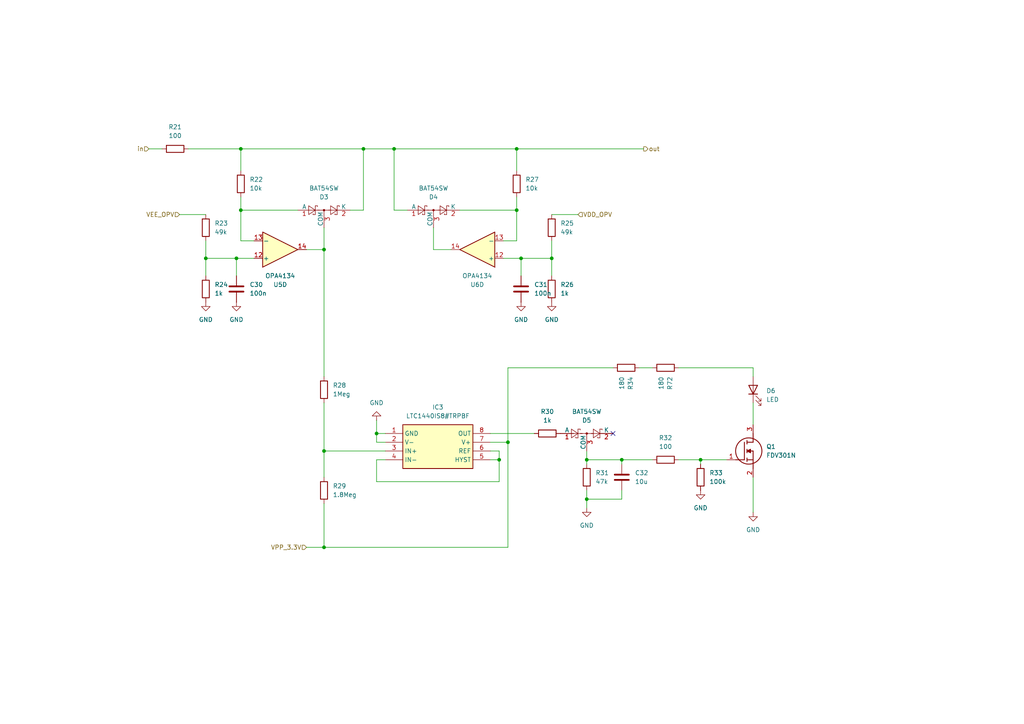
<source format=kicad_sch>
(kicad_sch
	(version 20250114)
	(generator "eeschema")
	(generator_version "9.0")
	(uuid "debcb8bd-b84f-40f7-aa7b-02bf877e2b44")
	(paper "A4")
	(lib_symbols
		(symbol "Amplifier_Operational:OPA4134"
			(pin_names
				(offset 0.127)
			)
			(exclude_from_sim no)
			(in_bom yes)
			(on_board yes)
			(property "Reference" "U"
				(at 0 5.08 0)
				(effects
					(font
						(size 1.27 1.27)
					)
					(justify left)
				)
			)
			(property "Value" "OPA4134"
				(at 0 -5.08 0)
				(effects
					(font
						(size 1.27 1.27)
					)
					(justify left)
				)
			)
			(property "Footprint" ""
				(at -1.27 2.54 0)
				(effects
					(font
						(size 1.27 1.27)
					)
					(hide yes)
				)
			)
			(property "Datasheet" "http://www.ti.com/lit/ds/symlink/opa134.pdf"
				(at 1.27 5.08 0)
				(effects
					(font
						(size 1.27 1.27)
					)
					(hide yes)
				)
			)
			(property "Description" "Quad SoundPlus High Performance Audio Operational Amplifiers, SOIC-14"
				(at 0 0 0)
				(effects
					(font
						(size 1.27 1.27)
					)
					(hide yes)
				)
			)
			(property "ki_locked" ""
				(at 0 0 0)
				(effects
					(font
						(size 1.27 1.27)
					)
				)
			)
			(property "ki_keywords" "quad opamp"
				(at 0 0 0)
				(effects
					(font
						(size 1.27 1.27)
					)
					(hide yes)
				)
			)
			(property "ki_fp_filters" "SOIC*3.9x8.7mm*P1.27mm* DIP*W7.62mm* TSSOP*4.4x5mm*P0.65mm* SSOP*5.3x6.2mm*P0.65mm* MSOP*3x3mm*P0.5mm*"
				(at 0 0 0)
				(effects
					(font
						(size 1.27 1.27)
					)
					(hide yes)
				)
			)
			(symbol "OPA4134_1_1"
				(polyline
					(pts
						(xy -5.08 5.08) (xy 5.08 0) (xy -5.08 -5.08) (xy -5.08 5.08)
					)
					(stroke
						(width 0.254)
						(type default)
					)
					(fill
						(type background)
					)
				)
				(pin input line
					(at -7.62 2.54 0)
					(length 2.54)
					(name "+"
						(effects
							(font
								(size 1.27 1.27)
							)
						)
					)
					(number "3"
						(effects
							(font
								(size 1.27 1.27)
							)
						)
					)
				)
				(pin input line
					(at -7.62 -2.54 0)
					(length 2.54)
					(name "-"
						(effects
							(font
								(size 1.27 1.27)
							)
						)
					)
					(number "2"
						(effects
							(font
								(size 1.27 1.27)
							)
						)
					)
				)
				(pin output line
					(at 7.62 0 180)
					(length 2.54)
					(name "~"
						(effects
							(font
								(size 1.27 1.27)
							)
						)
					)
					(number "1"
						(effects
							(font
								(size 1.27 1.27)
							)
						)
					)
				)
			)
			(symbol "OPA4134_2_1"
				(polyline
					(pts
						(xy -5.08 5.08) (xy 5.08 0) (xy -5.08 -5.08) (xy -5.08 5.08)
					)
					(stroke
						(width 0.254)
						(type default)
					)
					(fill
						(type background)
					)
				)
				(pin input line
					(at -7.62 2.54 0)
					(length 2.54)
					(name "+"
						(effects
							(font
								(size 1.27 1.27)
							)
						)
					)
					(number "5"
						(effects
							(font
								(size 1.27 1.27)
							)
						)
					)
				)
				(pin input line
					(at -7.62 -2.54 0)
					(length 2.54)
					(name "-"
						(effects
							(font
								(size 1.27 1.27)
							)
						)
					)
					(number "6"
						(effects
							(font
								(size 1.27 1.27)
							)
						)
					)
				)
				(pin output line
					(at 7.62 0 180)
					(length 2.54)
					(name "~"
						(effects
							(font
								(size 1.27 1.27)
							)
						)
					)
					(number "7"
						(effects
							(font
								(size 1.27 1.27)
							)
						)
					)
				)
			)
			(symbol "OPA4134_3_1"
				(polyline
					(pts
						(xy -5.08 5.08) (xy 5.08 0) (xy -5.08 -5.08) (xy -5.08 5.08)
					)
					(stroke
						(width 0.254)
						(type default)
					)
					(fill
						(type background)
					)
				)
				(pin input line
					(at -7.62 2.54 0)
					(length 2.54)
					(name "+"
						(effects
							(font
								(size 1.27 1.27)
							)
						)
					)
					(number "10"
						(effects
							(font
								(size 1.27 1.27)
							)
						)
					)
				)
				(pin input line
					(at -7.62 -2.54 0)
					(length 2.54)
					(name "-"
						(effects
							(font
								(size 1.27 1.27)
							)
						)
					)
					(number "9"
						(effects
							(font
								(size 1.27 1.27)
							)
						)
					)
				)
				(pin output line
					(at 7.62 0 180)
					(length 2.54)
					(name "~"
						(effects
							(font
								(size 1.27 1.27)
							)
						)
					)
					(number "8"
						(effects
							(font
								(size 1.27 1.27)
							)
						)
					)
				)
			)
			(symbol "OPA4134_4_1"
				(polyline
					(pts
						(xy -5.08 5.08) (xy 5.08 0) (xy -5.08 -5.08) (xy -5.08 5.08)
					)
					(stroke
						(width 0.254)
						(type default)
					)
					(fill
						(type background)
					)
				)
				(pin input line
					(at -7.62 2.54 0)
					(length 2.54)
					(name "+"
						(effects
							(font
								(size 1.27 1.27)
							)
						)
					)
					(number "12"
						(effects
							(font
								(size 1.27 1.27)
							)
						)
					)
				)
				(pin input line
					(at -7.62 -2.54 0)
					(length 2.54)
					(name "-"
						(effects
							(font
								(size 1.27 1.27)
							)
						)
					)
					(number "13"
						(effects
							(font
								(size 1.27 1.27)
							)
						)
					)
				)
				(pin output line
					(at 7.62 0 180)
					(length 2.54)
					(name "~"
						(effects
							(font
								(size 1.27 1.27)
							)
						)
					)
					(number "14"
						(effects
							(font
								(size 1.27 1.27)
							)
						)
					)
				)
			)
			(symbol "OPA4134_5_1"
				(pin power_in line
					(at -2.54 7.62 270)
					(length 3.81)
					(name "V+"
						(effects
							(font
								(size 1.27 1.27)
							)
						)
					)
					(number "4"
						(effects
							(font
								(size 1.27 1.27)
							)
						)
					)
				)
				(pin power_in line
					(at -2.54 -7.62 90)
					(length 3.81)
					(name "V-"
						(effects
							(font
								(size 1.27 1.27)
							)
						)
					)
					(number "11"
						(effects
							(font
								(size 1.27 1.27)
							)
						)
					)
				)
			)
			(embedded_fonts no)
		)
		(symbol "Device:C"
			(pin_numbers
				(hide yes)
			)
			(pin_names
				(offset 0.254)
			)
			(exclude_from_sim no)
			(in_bom yes)
			(on_board yes)
			(property "Reference" "C"
				(at 0.635 2.54 0)
				(effects
					(font
						(size 1.27 1.27)
					)
					(justify left)
				)
			)
			(property "Value" "C"
				(at 0.635 -2.54 0)
				(effects
					(font
						(size 1.27 1.27)
					)
					(justify left)
				)
			)
			(property "Footprint" ""
				(at 0.9652 -3.81 0)
				(effects
					(font
						(size 1.27 1.27)
					)
					(hide yes)
				)
			)
			(property "Datasheet" "~"
				(at 0 0 0)
				(effects
					(font
						(size 1.27 1.27)
					)
					(hide yes)
				)
			)
			(property "Description" "Unpolarized capacitor"
				(at 0 0 0)
				(effects
					(font
						(size 1.27 1.27)
					)
					(hide yes)
				)
			)
			(property "ki_keywords" "cap capacitor"
				(at 0 0 0)
				(effects
					(font
						(size 1.27 1.27)
					)
					(hide yes)
				)
			)
			(property "ki_fp_filters" "C_*"
				(at 0 0 0)
				(effects
					(font
						(size 1.27 1.27)
					)
					(hide yes)
				)
			)
			(symbol "C_0_1"
				(polyline
					(pts
						(xy -2.032 0.762) (xy 2.032 0.762)
					)
					(stroke
						(width 0.508)
						(type default)
					)
					(fill
						(type none)
					)
				)
				(polyline
					(pts
						(xy -2.032 -0.762) (xy 2.032 -0.762)
					)
					(stroke
						(width 0.508)
						(type default)
					)
					(fill
						(type none)
					)
				)
			)
			(symbol "C_1_1"
				(pin passive line
					(at 0 3.81 270)
					(length 2.794)
					(name "~"
						(effects
							(font
								(size 1.27 1.27)
							)
						)
					)
					(number "1"
						(effects
							(font
								(size 1.27 1.27)
							)
						)
					)
				)
				(pin passive line
					(at 0 -3.81 90)
					(length 2.794)
					(name "~"
						(effects
							(font
								(size 1.27 1.27)
							)
						)
					)
					(number "2"
						(effects
							(font
								(size 1.27 1.27)
							)
						)
					)
				)
			)
			(embedded_fonts no)
		)
		(symbol "Device:LED"
			(pin_numbers
				(hide yes)
			)
			(pin_names
				(offset 1.016)
				(hide yes)
			)
			(exclude_from_sim no)
			(in_bom yes)
			(on_board yes)
			(property "Reference" "D"
				(at 0 2.54 0)
				(effects
					(font
						(size 1.27 1.27)
					)
				)
			)
			(property "Value" "LED"
				(at 0 -2.54 0)
				(effects
					(font
						(size 1.27 1.27)
					)
				)
			)
			(property "Footprint" ""
				(at 0 0 0)
				(effects
					(font
						(size 1.27 1.27)
					)
					(hide yes)
				)
			)
			(property "Datasheet" "~"
				(at 0 0 0)
				(effects
					(font
						(size 1.27 1.27)
					)
					(hide yes)
				)
			)
			(property "Description" "Light emitting diode"
				(at 0 0 0)
				(effects
					(font
						(size 1.27 1.27)
					)
					(hide yes)
				)
			)
			(property "Sim.Pins" "1=K 2=A"
				(at 0 0 0)
				(effects
					(font
						(size 1.27 1.27)
					)
					(hide yes)
				)
			)
			(property "ki_keywords" "LED diode"
				(at 0 0 0)
				(effects
					(font
						(size 1.27 1.27)
					)
					(hide yes)
				)
			)
			(property "ki_fp_filters" "LED* LED_SMD:* LED_THT:*"
				(at 0 0 0)
				(effects
					(font
						(size 1.27 1.27)
					)
					(hide yes)
				)
			)
			(symbol "LED_0_1"
				(polyline
					(pts
						(xy -3.048 -0.762) (xy -4.572 -2.286) (xy -3.81 -2.286) (xy -4.572 -2.286) (xy -4.572 -1.524)
					)
					(stroke
						(width 0)
						(type default)
					)
					(fill
						(type none)
					)
				)
				(polyline
					(pts
						(xy -1.778 -0.762) (xy -3.302 -2.286) (xy -2.54 -2.286) (xy -3.302 -2.286) (xy -3.302 -1.524)
					)
					(stroke
						(width 0)
						(type default)
					)
					(fill
						(type none)
					)
				)
				(polyline
					(pts
						(xy -1.27 0) (xy 1.27 0)
					)
					(stroke
						(width 0)
						(type default)
					)
					(fill
						(type none)
					)
				)
				(polyline
					(pts
						(xy -1.27 -1.27) (xy -1.27 1.27)
					)
					(stroke
						(width 0.254)
						(type default)
					)
					(fill
						(type none)
					)
				)
				(polyline
					(pts
						(xy 1.27 -1.27) (xy 1.27 1.27) (xy -1.27 0) (xy 1.27 -1.27)
					)
					(stroke
						(width 0.254)
						(type default)
					)
					(fill
						(type none)
					)
				)
			)
			(symbol "LED_1_1"
				(pin passive line
					(at -3.81 0 0)
					(length 2.54)
					(name "K"
						(effects
							(font
								(size 1.27 1.27)
							)
						)
					)
					(number "1"
						(effects
							(font
								(size 1.27 1.27)
							)
						)
					)
				)
				(pin passive line
					(at 3.81 0 180)
					(length 2.54)
					(name "A"
						(effects
							(font
								(size 1.27 1.27)
							)
						)
					)
					(number "2"
						(effects
							(font
								(size 1.27 1.27)
							)
						)
					)
				)
			)
			(embedded_fonts no)
		)
		(symbol "Device:R"
			(pin_numbers
				(hide yes)
			)
			(pin_names
				(offset 0)
			)
			(exclude_from_sim no)
			(in_bom yes)
			(on_board yes)
			(property "Reference" "R"
				(at 2.032 0 90)
				(effects
					(font
						(size 1.27 1.27)
					)
				)
			)
			(property "Value" "R"
				(at 0 0 90)
				(effects
					(font
						(size 1.27 1.27)
					)
				)
			)
			(property "Footprint" ""
				(at -1.778 0 90)
				(effects
					(font
						(size 1.27 1.27)
					)
					(hide yes)
				)
			)
			(property "Datasheet" "~"
				(at 0 0 0)
				(effects
					(font
						(size 1.27 1.27)
					)
					(hide yes)
				)
			)
			(property "Description" "Resistor"
				(at 0 0 0)
				(effects
					(font
						(size 1.27 1.27)
					)
					(hide yes)
				)
			)
			(property "ki_keywords" "R res resistor"
				(at 0 0 0)
				(effects
					(font
						(size 1.27 1.27)
					)
					(hide yes)
				)
			)
			(property "ki_fp_filters" "R_*"
				(at 0 0 0)
				(effects
					(font
						(size 1.27 1.27)
					)
					(hide yes)
				)
			)
			(symbol "R_0_1"
				(rectangle
					(start -1.016 -2.54)
					(end 1.016 2.54)
					(stroke
						(width 0.254)
						(type default)
					)
					(fill
						(type none)
					)
				)
			)
			(symbol "R_1_1"
				(pin passive line
					(at 0 3.81 270)
					(length 1.27)
					(name "~"
						(effects
							(font
								(size 1.27 1.27)
							)
						)
					)
					(number "1"
						(effects
							(font
								(size 1.27 1.27)
							)
						)
					)
				)
				(pin passive line
					(at 0 -3.81 90)
					(length 1.27)
					(name "~"
						(effects
							(font
								(size 1.27 1.27)
							)
						)
					)
					(number "2"
						(effects
							(font
								(size 1.27 1.27)
							)
						)
					)
				)
			)
			(embedded_fonts no)
		)
		(symbol "Diode:BAT54SW"
			(pin_names
				(offset 0)
			)
			(exclude_from_sim no)
			(in_bom yes)
			(on_board yes)
			(property "Reference" "D"
				(at 0.635 -3.81 0)
				(effects
					(font
						(size 1.27 1.27)
					)
					(justify left)
				)
			)
			(property "Value" "BAT54SW"
				(at -6.35 3.175 0)
				(effects
					(font
						(size 1.27 1.27)
					)
					(justify left)
				)
			)
			(property "Footprint" "Package_TO_SOT_SMD:SOT-323_SC-70"
				(at 1.905 3.175 0)
				(effects
					(font
						(size 1.27 1.27)
					)
					(justify left)
					(hide yes)
				)
			)
			(property "Datasheet" "https://assets.nexperia.com/documents/data-sheet/BAT54W_SER.pdf"
				(at -3.048 0 0)
				(effects
					(font
						(size 1.27 1.27)
					)
					(hide yes)
				)
			)
			(property "Description" "Vr 30V, If 200mA, Dual schottky barrier diode, in series, SOT-323"
				(at 0 0 0)
				(effects
					(font
						(size 1.27 1.27)
					)
					(hide yes)
				)
			)
			(property "ki_keywords" "dual schottky diode"
				(at 0 0 0)
				(effects
					(font
						(size 1.27 1.27)
					)
					(hide yes)
				)
			)
			(property "ki_fp_filters" "SOT?323*"
				(at 0 0 0)
				(effects
					(font
						(size 1.27 1.27)
					)
					(hide yes)
				)
			)
			(symbol "BAT54SW_0_1"
				(polyline
					(pts
						(xy -4.445 1.27) (xy -4.445 -1.27) (xy -2.54 0) (xy -4.445 1.27)
					)
					(stroke
						(width 0)
						(type default)
					)
					(fill
						(type none)
					)
				)
				(polyline
					(pts
						(xy -3.81 0) (xy -1.27 0)
					)
					(stroke
						(width 0)
						(type default)
					)
					(fill
						(type none)
					)
				)
				(polyline
					(pts
						(xy -3.175 -1.27) (xy -3.175 -1.016)
					)
					(stroke
						(width 0)
						(type default)
					)
					(fill
						(type none)
					)
				)
				(polyline
					(pts
						(xy -2.54 1.27) (xy -1.905 1.27)
					)
					(stroke
						(width 0)
						(type default)
					)
					(fill
						(type none)
					)
				)
				(polyline
					(pts
						(xy -2.54 -1.27) (xy -3.175 -1.27)
					)
					(stroke
						(width 0)
						(type default)
					)
					(fill
						(type none)
					)
				)
				(polyline
					(pts
						(xy -2.54 -1.27) (xy -2.54 1.27)
					)
					(stroke
						(width 0)
						(type default)
					)
					(fill
						(type none)
					)
				)
				(polyline
					(pts
						(xy -1.905 1.27) (xy -1.905 1.016)
					)
					(stroke
						(width 0)
						(type default)
					)
					(fill
						(type none)
					)
				)
				(polyline
					(pts
						(xy -1.905 0) (xy 1.905 0)
					)
					(stroke
						(width 0)
						(type default)
					)
					(fill
						(type none)
					)
				)
				(circle
					(center 0 0)
					(radius 0.254)
					(stroke
						(width 0)
						(type default)
					)
					(fill
						(type outline)
					)
				)
				(polyline
					(pts
						(xy 1.27 0) (xy 3.81 0)
					)
					(stroke
						(width 0)
						(type default)
					)
					(fill
						(type none)
					)
				)
				(polyline
					(pts
						(xy 1.905 1.27) (xy 1.905 -1.27) (xy 3.81 0) (xy 1.905 1.27)
					)
					(stroke
						(width 0)
						(type default)
					)
					(fill
						(type none)
					)
				)
				(polyline
					(pts
						(xy 3.175 -1.27) (xy 3.175 -1.016)
					)
					(stroke
						(width 0)
						(type default)
					)
					(fill
						(type none)
					)
				)
				(polyline
					(pts
						(xy 3.81 1.27) (xy 4.445 1.27)
					)
					(stroke
						(width 0)
						(type default)
					)
					(fill
						(type none)
					)
				)
				(polyline
					(pts
						(xy 3.81 -1.27) (xy 3.175 -1.27)
					)
					(stroke
						(width 0)
						(type default)
					)
					(fill
						(type none)
					)
				)
				(polyline
					(pts
						(xy 3.81 -1.27) (xy 3.81 1.27)
					)
					(stroke
						(width 0)
						(type default)
					)
					(fill
						(type none)
					)
				)
				(polyline
					(pts
						(xy 4.445 1.27) (xy 4.445 1.016)
					)
					(stroke
						(width 0)
						(type default)
					)
					(fill
						(type none)
					)
				)
			)
			(symbol "BAT54SW_1_1"
				(pin passive line
					(at -7.62 0 0)
					(length 3.81)
					(name "A"
						(effects
							(font
								(size 1.27 1.27)
							)
						)
					)
					(number "1"
						(effects
							(font
								(size 1.27 1.27)
							)
						)
					)
				)
				(pin passive line
					(at 0 -5.08 90)
					(length 5.08)
					(name "COM"
						(effects
							(font
								(size 1.27 1.27)
							)
						)
					)
					(number "3"
						(effects
							(font
								(size 1.27 1.27)
							)
						)
					)
				)
				(pin passive line
					(at 7.62 0 180)
					(length 3.81)
					(name "K"
						(effects
							(font
								(size 1.27 1.27)
							)
						)
					)
					(number "2"
						(effects
							(font
								(size 1.27 1.27)
							)
						)
					)
				)
			)
			(embedded_fonts no)
		)
		(symbol "SamacSys_Parts:FDV301N"
			(pin_names
				(hide yes)
			)
			(exclude_from_sim no)
			(in_bom yes)
			(on_board yes)
			(property "Reference" "Q"
				(at 11.43 3.81 0)
				(effects
					(font
						(size 1.27 1.27)
					)
					(justify left top)
				)
			)
			(property "Value" "FDV301N"
				(at 11.43 1.27 0)
				(effects
					(font
						(size 1.27 1.27)
					)
					(justify left top)
				)
			)
			(property "Footprint" "SOT96P237X111-3N"
				(at 11.43 -98.73 0)
				(effects
					(font
						(size 1.27 1.27)
					)
					(justify left top)
					(hide yes)
				)
			)
			(property "Datasheet" "https://www.onsemi.com/pub/Collateral/FDV301N-D.PDF"
				(at 11.43 -198.73 0)
				(effects
					(font
						(size 1.27 1.27)
					)
					(justify left top)
					(hide yes)
				)
			)
			(property "Description" "RDS(ON) = 5  @ VGS= 2.7 V;  25 V, 0.22 A continuous, 0.5 A Peak. ; RDS(ON) = 4  @ VGS= 4.5 VGS(th) < 1.06; Gate-Source Zener for ESD ruggedness. >6kV Human Body Model; Replace multiple NPN digital transistors with one DMOS FET"
				(at 0 0 0)
				(effects
					(font
						(size 1.27 1.27)
					)
					(hide yes)
				)
			)
			(property "Height" "1.11"
				(at 11.43 -398.73 0)
				(effects
					(font
						(size 1.27 1.27)
					)
					(justify left top)
					(hide yes)
				)
			)
			(property "Mouser Part Number" "512-FDV301N"
				(at 11.43 -498.73 0)
				(effects
					(font
						(size 1.27 1.27)
					)
					(justify left top)
					(hide yes)
				)
			)
			(property "Mouser Price/Stock" "https://www.mouser.co.uk/ProductDetail/onsemi-Fairchild/FDV301N?qs=HK%252BeIG1iaahv7gPT5tsFJQ%3D%3D"
				(at 11.43 -598.73 0)
				(effects
					(font
						(size 1.27 1.27)
					)
					(justify left top)
					(hide yes)
				)
			)
			(property "Manufacturer_Name" "onsemi"
				(at 11.43 -698.73 0)
				(effects
					(font
						(size 1.27 1.27)
					)
					(justify left top)
					(hide yes)
				)
			)
			(property "Manufacturer_Part_Number" "FDV301N"
				(at 11.43 -798.73 0)
				(effects
					(font
						(size 1.27 1.27)
					)
					(justify left top)
					(hide yes)
				)
			)
			(symbol "FDV301N_1_1"
				(polyline
					(pts
						(xy 2.54 0) (xy 5.08 0)
					)
					(stroke
						(width 0.254)
						(type default)
					)
					(fill
						(type none)
					)
				)
				(polyline
					(pts
						(xy 5.08 5.08) (xy 5.08 0)
					)
					(stroke
						(width 0.254)
						(type default)
					)
					(fill
						(type none)
					)
				)
				(polyline
					(pts
						(xy 5.842 5.588) (xy 5.842 4.572)
					)
					(stroke
						(width 0.254)
						(type default)
					)
					(fill
						(type none)
					)
				)
				(polyline
					(pts
						(xy 5.842 2.54) (xy 6.858 3.048) (xy 6.858 2.032) (xy 5.842 2.54)
					)
					(stroke
						(width 0.254)
						(type default)
					)
					(fill
						(type outline)
					)
				)
				(polyline
					(pts
						(xy 5.842 2.032) (xy 5.842 3.048)
					)
					(stroke
						(width 0.254)
						(type default)
					)
					(fill
						(type none)
					)
				)
				(polyline
					(pts
						(xy 5.842 0) (xy 7.62 0)
					)
					(stroke
						(width 0.254)
						(type default)
					)
					(fill
						(type none)
					)
				)
				(polyline
					(pts
						(xy 5.842 -0.508) (xy 5.842 0.508)
					)
					(stroke
						(width 0.254)
						(type default)
					)
					(fill
						(type none)
					)
				)
				(circle
					(center 6.35 2.54)
					(radius 3.81)
					(stroke
						(width 0.254)
						(type default)
					)
					(fill
						(type none)
					)
				)
				(polyline
					(pts
						(xy 7.62 5.08) (xy 5.842 5.08)
					)
					(stroke
						(width 0.254)
						(type default)
					)
					(fill
						(type none)
					)
				)
				(polyline
					(pts
						(xy 7.62 5.08) (xy 7.62 7.62)
					)
					(stroke
						(width 0.254)
						(type default)
					)
					(fill
						(type none)
					)
				)
				(polyline
					(pts
						(xy 7.62 2.54) (xy 5.842 2.54)
					)
					(stroke
						(width 0.254)
						(type default)
					)
					(fill
						(type none)
					)
				)
				(polyline
					(pts
						(xy 7.62 2.54) (xy 7.62 -2.54)
					)
					(stroke
						(width 0.254)
						(type default)
					)
					(fill
						(type none)
					)
				)
				(pin passive line
					(at 0 0 0)
					(length 2.54)
					(name "G"
						(effects
							(font
								(size 1.27 1.27)
							)
						)
					)
					(number "1"
						(effects
							(font
								(size 1.27 1.27)
							)
						)
					)
				)
				(pin passive line
					(at 7.62 10.16 270)
					(length 2.54)
					(name "D"
						(effects
							(font
								(size 1.27 1.27)
							)
						)
					)
					(number "3"
						(effects
							(font
								(size 1.27 1.27)
							)
						)
					)
				)
				(pin passive line
					(at 7.62 -5.08 90)
					(length 2.54)
					(name "S"
						(effects
							(font
								(size 1.27 1.27)
							)
						)
					)
					(number "2"
						(effects
							(font
								(size 1.27 1.27)
							)
						)
					)
				)
			)
			(embedded_fonts no)
		)
		(symbol "SamacSys_Parts:LTC1440IS8#TRPBF"
			(exclude_from_sim no)
			(in_bom yes)
			(on_board yes)
			(property "Reference" "IC"
				(at 26.67 7.62 0)
				(effects
					(font
						(size 1.27 1.27)
					)
					(justify left top)
				)
			)
			(property "Value" "LTC1440IS8#TRPBF"
				(at 26.67 5.08 0)
				(effects
					(font
						(size 1.27 1.27)
					)
					(justify left top)
				)
			)
			(property "Footprint" "SOIC127P599X175-8N"
				(at 26.67 -94.92 0)
				(effects
					(font
						(size 1.27 1.27)
					)
					(justify left top)
					(hide yes)
				)
			)
			(property "Datasheet" "https://www.analog.com/media/en/technical-documentation/data-sheets/144012fd.pdf"
				(at 26.67 -194.92 0)
				(effects
					(font
						(size 1.27 1.27)
					)
					(justify left top)
					(hide yes)
				)
			)
			(property "Description" "Analog Comparators Ultralow Pwr 1x/2x Comp w/ Ref"
				(at 0 0 0)
				(effects
					(font
						(size 1.27 1.27)
					)
					(hide yes)
				)
			)
			(property "Height" "1.752"
				(at 26.67 -394.92 0)
				(effects
					(font
						(size 1.27 1.27)
					)
					(justify left top)
					(hide yes)
				)
			)
			(property "Mouser Part Number" "584-LTC1440IS8#TRPBF"
				(at 26.67 -494.92 0)
				(effects
					(font
						(size 1.27 1.27)
					)
					(justify left top)
					(hide yes)
				)
			)
			(property "Mouser Price/Stock" "https://www.mouser.co.uk/ProductDetail/Analog-Devices/LTC1440IS8TRPBF?qs=hVkxg5c3xu%252B0EkkgDXDBgg%3D%3D"
				(at 26.67 -594.92 0)
				(effects
					(font
						(size 1.27 1.27)
					)
					(justify left top)
					(hide yes)
				)
			)
			(property "Manufacturer_Name" "Analog Devices"
				(at 26.67 -694.92 0)
				(effects
					(font
						(size 1.27 1.27)
					)
					(justify left top)
					(hide yes)
				)
			)
			(property "Manufacturer_Part_Number" "LTC1440IS8#TRPBF"
				(at 26.67 -794.92 0)
				(effects
					(font
						(size 1.27 1.27)
					)
					(justify left top)
					(hide yes)
				)
			)
			(symbol "LTC1440IS8#TRPBF_1_1"
				(rectangle
					(start 5.08 2.54)
					(end 25.4 -10.16)
					(stroke
						(width 0.254)
						(type default)
					)
					(fill
						(type background)
					)
				)
				(pin passive line
					(at 0 0 0)
					(length 5.08)
					(name "GND"
						(effects
							(font
								(size 1.27 1.27)
							)
						)
					)
					(number "1"
						(effects
							(font
								(size 1.27 1.27)
							)
						)
					)
				)
				(pin passive line
					(at 0 -2.54 0)
					(length 5.08)
					(name "V-"
						(effects
							(font
								(size 1.27 1.27)
							)
						)
					)
					(number "2"
						(effects
							(font
								(size 1.27 1.27)
							)
						)
					)
				)
				(pin passive line
					(at 0 -5.08 0)
					(length 5.08)
					(name "IN+"
						(effects
							(font
								(size 1.27 1.27)
							)
						)
					)
					(number "3"
						(effects
							(font
								(size 1.27 1.27)
							)
						)
					)
				)
				(pin passive line
					(at 0 -7.62 0)
					(length 5.08)
					(name "IN-"
						(effects
							(font
								(size 1.27 1.27)
							)
						)
					)
					(number "4"
						(effects
							(font
								(size 1.27 1.27)
							)
						)
					)
				)
				(pin passive line
					(at 30.48 0 180)
					(length 5.08)
					(name "OUT"
						(effects
							(font
								(size 1.27 1.27)
							)
						)
					)
					(number "8"
						(effects
							(font
								(size 1.27 1.27)
							)
						)
					)
				)
				(pin passive line
					(at 30.48 -2.54 180)
					(length 5.08)
					(name "V+"
						(effects
							(font
								(size 1.27 1.27)
							)
						)
					)
					(number "7"
						(effects
							(font
								(size 1.27 1.27)
							)
						)
					)
				)
				(pin passive line
					(at 30.48 -5.08 180)
					(length 5.08)
					(name "REF"
						(effects
							(font
								(size 1.27 1.27)
							)
						)
					)
					(number "6"
						(effects
							(font
								(size 1.27 1.27)
							)
						)
					)
				)
				(pin passive line
					(at 30.48 -7.62 180)
					(length 5.08)
					(name "HYST"
						(effects
							(font
								(size 1.27 1.27)
							)
						)
					)
					(number "5"
						(effects
							(font
								(size 1.27 1.27)
							)
						)
					)
				)
			)
			(embedded_fonts no)
		)
		(symbol "power:GND"
			(power)
			(pin_numbers
				(hide yes)
			)
			(pin_names
				(offset 0)
				(hide yes)
			)
			(exclude_from_sim no)
			(in_bom yes)
			(on_board yes)
			(property "Reference" "#PWR"
				(at 0 -6.35 0)
				(effects
					(font
						(size 1.27 1.27)
					)
					(hide yes)
				)
			)
			(property "Value" "GND"
				(at 0 -3.81 0)
				(effects
					(font
						(size 1.27 1.27)
					)
				)
			)
			(property "Footprint" ""
				(at 0 0 0)
				(effects
					(font
						(size 1.27 1.27)
					)
					(hide yes)
				)
			)
			(property "Datasheet" ""
				(at 0 0 0)
				(effects
					(font
						(size 1.27 1.27)
					)
					(hide yes)
				)
			)
			(property "Description" "Power symbol creates a global label with name \"GND\" , ground"
				(at 0 0 0)
				(effects
					(font
						(size 1.27 1.27)
					)
					(hide yes)
				)
			)
			(property "ki_keywords" "global power"
				(at 0 0 0)
				(effects
					(font
						(size 1.27 1.27)
					)
					(hide yes)
				)
			)
			(symbol "GND_0_1"
				(polyline
					(pts
						(xy 0 0) (xy 0 -1.27) (xy 1.27 -1.27) (xy 0 -2.54) (xy -1.27 -1.27) (xy 0 -1.27)
					)
					(stroke
						(width 0)
						(type default)
					)
					(fill
						(type none)
					)
				)
			)
			(symbol "GND_1_1"
				(pin power_in line
					(at 0 0 270)
					(length 0)
					(name "~"
						(effects
							(font
								(size 1.27 1.27)
							)
						)
					)
					(number "1"
						(effects
							(font
								(size 1.27 1.27)
							)
						)
					)
				)
			)
			(embedded_fonts no)
		)
	)
	(junction
		(at 170.18 144.78)
		(diameter 0)
		(color 0 0 0 0)
		(uuid "056e6dae-343b-485c-b5b7-7ce8c0df6f2a")
	)
	(junction
		(at 144.78 133.35)
		(diameter 0)
		(color 0 0 0 0)
		(uuid "27d00aab-7052-4e1c-b4bb-a5c10f48399b")
	)
	(junction
		(at 93.98 158.75)
		(diameter 0)
		(color 0 0 0 0)
		(uuid "3d832aeb-0aeb-483f-a0ba-fa7602f8427c")
	)
	(junction
		(at 203.2 133.35)
		(diameter 0)
		(color 0 0 0 0)
		(uuid "46e4cd39-0062-4a41-8f31-2e0271b2be64")
	)
	(junction
		(at 93.98 130.81)
		(diameter 0)
		(color 0 0 0 0)
		(uuid "62d50d73-9467-41e8-af84-1585646dabcf")
	)
	(junction
		(at 149.86 60.96)
		(diameter 0)
		(color 0 0 0 0)
		(uuid "69f327ac-d996-46e4-a7a5-0e5be983a509")
	)
	(junction
		(at 160.02 74.93)
		(diameter 0)
		(color 0 0 0 0)
		(uuid "6fed6850-66af-454c-8136-8c0929a04813")
	)
	(junction
		(at 149.86 43.18)
		(diameter 0)
		(color 0 0 0 0)
		(uuid "71af8755-b983-4968-b549-5125408890c7")
	)
	(junction
		(at 69.85 43.18)
		(diameter 0)
		(color 0 0 0 0)
		(uuid "74e13e12-85c8-40a7-b49b-4fd39d4de3e8")
	)
	(junction
		(at 170.18 133.35)
		(diameter 0)
		(color 0 0 0 0)
		(uuid "9ef28642-eb23-40b2-a4c3-46dbb9fa4383")
	)
	(junction
		(at 105.41 43.18)
		(diameter 0)
		(color 0 0 0 0)
		(uuid "a99a8c42-974a-41b5-9da2-395e58ec0b9d")
	)
	(junction
		(at 68.58 74.93)
		(diameter 0)
		(color 0 0 0 0)
		(uuid "abda8189-7d97-4174-8ec3-e3c04a286ca5")
	)
	(junction
		(at 147.32 128.27)
		(diameter 0)
		(color 0 0 0 0)
		(uuid "b4504679-9a44-4d44-9105-380ca642c36a")
	)
	(junction
		(at 109.22 125.73)
		(diameter 0)
		(color 0 0 0 0)
		(uuid "c1b8fb77-1b4a-4c46-80a2-1307f9b63b4b")
	)
	(junction
		(at 180.34 133.35)
		(diameter 0)
		(color 0 0 0 0)
		(uuid "c7bf7ce1-9e66-4525-ad4e-ee005691540e")
	)
	(junction
		(at 93.98 72.39)
		(diameter 0)
		(color 0 0 0 0)
		(uuid "cf0639fb-4309-4a8d-9c8b-d7d5ca808857")
	)
	(junction
		(at 69.85 60.96)
		(diameter 0)
		(color 0 0 0 0)
		(uuid "e207c6e5-022c-45a3-bd93-2069f5adb3a0")
	)
	(junction
		(at 151.13 74.93)
		(diameter 0)
		(color 0 0 0 0)
		(uuid "e5ee2c9b-9553-4d8b-a6c3-212644d965f8")
	)
	(junction
		(at 114.3 43.18)
		(diameter 0)
		(color 0 0 0 0)
		(uuid "e9fb2c7c-0e24-4a51-8fb7-f54fda2dc8ac")
	)
	(junction
		(at 59.69 74.93)
		(diameter 0)
		(color 0 0 0 0)
		(uuid "fab5d66e-d5b0-4437-9120-27e4997653e4")
	)
	(no_connect
		(at 177.8 125.73)
		(uuid "19c38255-b79e-4b05-b335-abf7ca1051fb")
	)
	(wire
		(pts
			(xy 196.85 106.68) (xy 218.44 106.68)
		)
		(stroke
			(width 0)
			(type default)
		)
		(uuid "007c7a3b-2a72-4eeb-8d0a-1b51e45fcb13")
	)
	(wire
		(pts
			(xy 93.98 72.39) (xy 93.98 66.04)
		)
		(stroke
			(width 0)
			(type default)
		)
		(uuid "06453526-3a28-421f-aef3-42ca2ac20574")
	)
	(wire
		(pts
			(xy 114.3 43.18) (xy 114.3 60.96)
		)
		(stroke
			(width 0)
			(type default)
		)
		(uuid "089f04d1-eb4b-4b12-b605-f94250276380")
	)
	(wire
		(pts
			(xy 109.22 121.92) (xy 109.22 125.73)
		)
		(stroke
			(width 0)
			(type default)
		)
		(uuid "0a2b8e5a-e257-47ad-b199-8dd58b14b2c3")
	)
	(wire
		(pts
			(xy 101.6 60.96) (xy 105.41 60.96)
		)
		(stroke
			(width 0)
			(type default)
		)
		(uuid "0c380157-0f4b-4f0d-a1ef-8107a63f92df")
	)
	(wire
		(pts
			(xy 59.69 74.93) (xy 59.69 80.01)
		)
		(stroke
			(width 0)
			(type default)
		)
		(uuid "153dda73-2f1f-4bdb-be48-4985255fc9bf")
	)
	(wire
		(pts
			(xy 68.58 74.93) (xy 59.69 74.93)
		)
		(stroke
			(width 0)
			(type default)
		)
		(uuid "1c809ce8-3158-4763-822c-10e2b3e3ca76")
	)
	(wire
		(pts
			(xy 147.32 128.27) (xy 147.32 158.75)
		)
		(stroke
			(width 0)
			(type default)
		)
		(uuid "1c9b7d4d-5777-451b-a6a9-1c711596be62")
	)
	(wire
		(pts
			(xy 111.76 133.35) (xy 109.22 133.35)
		)
		(stroke
			(width 0)
			(type default)
		)
		(uuid "1e1be3ee-4bd0-4a0c-8603-406378af77f9")
	)
	(wire
		(pts
			(xy 93.98 130.81) (xy 93.98 138.43)
		)
		(stroke
			(width 0)
			(type default)
		)
		(uuid "1e1dd2b6-404b-4f53-810a-61e1233f16bd")
	)
	(wire
		(pts
			(xy 118.11 60.96) (xy 114.3 60.96)
		)
		(stroke
			(width 0)
			(type default)
		)
		(uuid "1eb7d52a-ede2-4518-ae22-ff96405aa4c8")
	)
	(wire
		(pts
			(xy 43.18 43.18) (xy 46.99 43.18)
		)
		(stroke
			(width 0)
			(type default)
		)
		(uuid "204d1053-54b6-41f4-af45-e83497be07ff")
	)
	(wire
		(pts
			(xy 196.85 133.35) (xy 203.2 133.35)
		)
		(stroke
			(width 0)
			(type default)
		)
		(uuid "218f08fd-c64d-4c00-ab0d-96c13247b005")
	)
	(wire
		(pts
			(xy 160.02 74.93) (xy 160.02 69.85)
		)
		(stroke
			(width 0)
			(type default)
		)
		(uuid "21a1ba08-c24c-452f-87c2-9b1392f392a8")
	)
	(wire
		(pts
			(xy 142.24 125.73) (xy 154.94 125.73)
		)
		(stroke
			(width 0)
			(type default)
		)
		(uuid "2227e366-f8ba-4a81-8669-39c855acac08")
	)
	(wire
		(pts
			(xy 149.86 57.15) (xy 149.86 60.96)
		)
		(stroke
			(width 0)
			(type default)
		)
		(uuid "243e4b8d-afc7-491e-bfac-f28168ac470a")
	)
	(wire
		(pts
			(xy 105.41 43.18) (xy 114.3 43.18)
		)
		(stroke
			(width 0)
			(type default)
		)
		(uuid "2af15e43-1eac-431c-8274-5b9f2213cc28")
	)
	(wire
		(pts
			(xy 151.13 74.93) (xy 160.02 74.93)
		)
		(stroke
			(width 0)
			(type default)
		)
		(uuid "2b752323-a50e-4ff1-b1f3-1a6ac5f6e7dc")
	)
	(wire
		(pts
			(xy 170.18 142.24) (xy 170.18 144.78)
		)
		(stroke
			(width 0)
			(type default)
		)
		(uuid "2e33763c-a587-4f86-8a86-8a736c409c32")
	)
	(wire
		(pts
			(xy 114.3 43.18) (xy 149.86 43.18)
		)
		(stroke
			(width 0)
			(type default)
		)
		(uuid "3143bbe8-253c-4d27-9f96-3f19ecfc2377")
	)
	(wire
		(pts
			(xy 69.85 57.15) (xy 69.85 60.96)
		)
		(stroke
			(width 0)
			(type default)
		)
		(uuid "338ebe0c-2ce7-43bc-96fa-4d9cfbc4155c")
	)
	(wire
		(pts
			(xy 149.86 43.18) (xy 186.69 43.18)
		)
		(stroke
			(width 0)
			(type default)
		)
		(uuid "345d6e8a-8be5-4093-aa27-3152873585e6")
	)
	(wire
		(pts
			(xy 88.9 72.39) (xy 93.98 72.39)
		)
		(stroke
			(width 0)
			(type default)
		)
		(uuid "3568fd69-5a67-4184-8806-2aa18e818dd7")
	)
	(wire
		(pts
			(xy 203.2 133.35) (xy 203.2 134.62)
		)
		(stroke
			(width 0)
			(type default)
		)
		(uuid "42b25bb4-f5e8-4148-b969-c09fc47a7825")
	)
	(wire
		(pts
			(xy 185.42 106.68) (xy 189.23 106.68)
		)
		(stroke
			(width 0)
			(type default)
		)
		(uuid "449a8631-02a4-4a26-851f-349f38f904ec")
	)
	(wire
		(pts
			(xy 180.34 133.35) (xy 189.23 133.35)
		)
		(stroke
			(width 0)
			(type default)
		)
		(uuid "4930e87d-2580-45bb-b69b-6c51d3742702")
	)
	(wire
		(pts
			(xy 93.98 72.39) (xy 93.98 109.22)
		)
		(stroke
			(width 0)
			(type default)
		)
		(uuid "51ec9615-9da9-4a7e-9c4a-1baf05ab9d1a")
	)
	(wire
		(pts
			(xy 69.85 43.18) (xy 105.41 43.18)
		)
		(stroke
			(width 0)
			(type default)
		)
		(uuid "53933ca7-b50d-4b15-aee7-d7f4745efb80")
	)
	(wire
		(pts
			(xy 147.32 106.68) (xy 177.8 106.68)
		)
		(stroke
			(width 0)
			(type default)
		)
		(uuid "57d7ba43-21cb-4911-ac59-d287e6eba473")
	)
	(wire
		(pts
			(xy 73.66 74.93) (xy 68.58 74.93)
		)
		(stroke
			(width 0)
			(type default)
		)
		(uuid "5907656d-bbe4-4b8e-b680-d9205fc9e106")
	)
	(wire
		(pts
			(xy 109.22 133.35) (xy 109.22 139.7)
		)
		(stroke
			(width 0)
			(type default)
		)
		(uuid "5fe54531-57d7-40e3-aef8-1e1e59fe1331")
	)
	(wire
		(pts
			(xy 133.35 60.96) (xy 149.86 60.96)
		)
		(stroke
			(width 0)
			(type default)
		)
		(uuid "6172e1a1-2500-4f11-9baf-2c7bc88e04af")
	)
	(wire
		(pts
			(xy 146.05 74.93) (xy 151.13 74.93)
		)
		(stroke
			(width 0)
			(type default)
		)
		(uuid "660a66d8-5ef1-4a98-8708-7d8ec14e752d")
	)
	(wire
		(pts
			(xy 149.86 60.96) (xy 149.86 69.85)
		)
		(stroke
			(width 0)
			(type default)
		)
		(uuid "68f5f498-6795-4b5a-b662-275922868aeb")
	)
	(wire
		(pts
			(xy 59.69 74.93) (xy 59.69 69.85)
		)
		(stroke
			(width 0)
			(type default)
		)
		(uuid "6c5d622f-f55d-4000-a1b1-03b266d4f76b")
	)
	(wire
		(pts
			(xy 69.85 43.18) (xy 69.85 49.53)
		)
		(stroke
			(width 0)
			(type default)
		)
		(uuid "73d343d5-eefa-47ea-9c63-bb6d81383bdd")
	)
	(wire
		(pts
			(xy 203.2 133.35) (xy 210.82 133.35)
		)
		(stroke
			(width 0)
			(type default)
		)
		(uuid "768859ab-0b7c-448f-9e35-b2e0723f1ce8")
	)
	(wire
		(pts
			(xy 109.22 139.7) (xy 144.78 139.7)
		)
		(stroke
			(width 0)
			(type default)
		)
		(uuid "77a5b8ca-3697-4976-bf37-b9602963b280")
	)
	(wire
		(pts
			(xy 54.61 43.18) (xy 69.85 43.18)
		)
		(stroke
			(width 0)
			(type default)
		)
		(uuid "7db353c4-a34d-432a-8909-2230eb2e5cbb")
	)
	(wire
		(pts
			(xy 170.18 133.35) (xy 180.34 133.35)
		)
		(stroke
			(width 0)
			(type default)
		)
		(uuid "81eccac3-8df5-43de-975c-d8902cd6c3c7")
	)
	(wire
		(pts
			(xy 93.98 116.84) (xy 93.98 130.81)
		)
		(stroke
			(width 0)
			(type default)
		)
		(uuid "85550f4f-ad94-4c30-8883-0b721c5efe11")
	)
	(wire
		(pts
			(xy 93.98 146.05) (xy 93.98 158.75)
		)
		(stroke
			(width 0)
			(type default)
		)
		(uuid "87242c49-0d9b-47c5-9bbe-060a7c7888ad")
	)
	(wire
		(pts
			(xy 142.24 128.27) (xy 147.32 128.27)
		)
		(stroke
			(width 0)
			(type default)
		)
		(uuid "8738c889-53b5-4e9f-ac71-06daea231f3f")
	)
	(wire
		(pts
			(xy 93.98 130.81) (xy 111.76 130.81)
		)
		(stroke
			(width 0)
			(type default)
		)
		(uuid "887f7d1b-7c75-4891-8a6f-dfbd552944f0")
	)
	(wire
		(pts
			(xy 109.22 125.73) (xy 109.22 128.27)
		)
		(stroke
			(width 0)
			(type default)
		)
		(uuid "8a06123b-2546-42e0-aebe-0a9a1dd9c6f7")
	)
	(wire
		(pts
			(xy 69.85 69.85) (xy 73.66 69.85)
		)
		(stroke
			(width 0)
			(type default)
		)
		(uuid "92298186-9d93-4599-871d-19082718dea3")
	)
	(wire
		(pts
			(xy 149.86 69.85) (xy 146.05 69.85)
		)
		(stroke
			(width 0)
			(type default)
		)
		(uuid "94704735-c0ae-49e7-807e-c34a2db7c20b")
	)
	(wire
		(pts
			(xy 68.58 74.93) (xy 68.58 80.01)
		)
		(stroke
			(width 0)
			(type default)
		)
		(uuid "9679ffc1-4b2d-4b1d-a9c4-3ba11db33f6a")
	)
	(wire
		(pts
			(xy 218.44 138.43) (xy 218.44 148.59)
		)
		(stroke
			(width 0)
			(type default)
		)
		(uuid "989b2d22-1e9c-4ab0-9986-e4e4de4a3f8f")
	)
	(wire
		(pts
			(xy 218.44 109.22) (xy 218.44 106.68)
		)
		(stroke
			(width 0)
			(type default)
		)
		(uuid "9a786ff8-6ade-46ee-a1f0-18a003924cce")
	)
	(wire
		(pts
			(xy 149.86 43.18) (xy 149.86 49.53)
		)
		(stroke
			(width 0)
			(type default)
		)
		(uuid "a11738c6-e7df-4f91-b8b4-b020d22ab377")
	)
	(wire
		(pts
			(xy 144.78 130.81) (xy 142.24 130.81)
		)
		(stroke
			(width 0)
			(type default)
		)
		(uuid "a2d2d540-cbe2-4a6f-9e2b-b80dc14934d0")
	)
	(wire
		(pts
			(xy 147.32 106.68) (xy 147.32 128.27)
		)
		(stroke
			(width 0)
			(type default)
		)
		(uuid "a7b3ce50-8b18-4ae8-af95-587b1b8c9e52")
	)
	(wire
		(pts
			(xy 170.18 130.81) (xy 170.18 133.35)
		)
		(stroke
			(width 0)
			(type default)
		)
		(uuid "ab7b61d6-5fb7-4fd9-94c2-31e71bffd1c4")
	)
	(wire
		(pts
			(xy 170.18 144.78) (xy 170.18 147.32)
		)
		(stroke
			(width 0)
			(type default)
		)
		(uuid "b13568ac-0577-4b59-9813-3130d02b18a2")
	)
	(wire
		(pts
			(xy 125.73 72.39) (xy 125.73 66.04)
		)
		(stroke
			(width 0)
			(type default)
		)
		(uuid "b199212c-0270-47df-a293-251e368b69f2")
	)
	(wire
		(pts
			(xy 167.64 62.23) (xy 160.02 62.23)
		)
		(stroke
			(width 0)
			(type default)
		)
		(uuid "b1db09d6-6669-4a5e-b82c-d23140ccd340")
	)
	(wire
		(pts
			(xy 170.18 133.35) (xy 170.18 134.62)
		)
		(stroke
			(width 0)
			(type default)
		)
		(uuid "b1e88398-4df7-431f-868e-559b5bb46769")
	)
	(wire
		(pts
			(xy 93.98 158.75) (xy 147.32 158.75)
		)
		(stroke
			(width 0)
			(type default)
		)
		(uuid "b881d54c-653d-45e1-ac85-f7dc689a2512")
	)
	(wire
		(pts
			(xy 144.78 133.35) (xy 144.78 130.81)
		)
		(stroke
			(width 0)
			(type default)
		)
		(uuid "bad98b97-228b-4cdc-b005-b7ef3bfd2ac9")
	)
	(wire
		(pts
			(xy 144.78 139.7) (xy 144.78 133.35)
		)
		(stroke
			(width 0)
			(type default)
		)
		(uuid "bf9583a8-2a95-405b-a71b-2e2ccba0d05a")
	)
	(wire
		(pts
			(xy 109.22 128.27) (xy 111.76 128.27)
		)
		(stroke
			(width 0)
			(type default)
		)
		(uuid "c028683d-7793-4fa8-854e-e8488eda2f2f")
	)
	(wire
		(pts
			(xy 142.24 133.35) (xy 144.78 133.35)
		)
		(stroke
			(width 0)
			(type default)
		)
		(uuid "c470c867-67ef-41c3-b952-da9433c077dd")
	)
	(wire
		(pts
			(xy 170.18 144.78) (xy 180.34 144.78)
		)
		(stroke
			(width 0)
			(type default)
		)
		(uuid "c4f235d7-68e9-455e-8bab-76eb221555b3")
	)
	(wire
		(pts
			(xy 111.76 125.73) (xy 109.22 125.73)
		)
		(stroke
			(width 0)
			(type default)
		)
		(uuid "cd2034eb-696e-4ce5-8395-aa741cf1712a")
	)
	(wire
		(pts
			(xy 88.9 158.75) (xy 93.98 158.75)
		)
		(stroke
			(width 0)
			(type default)
		)
		(uuid "d04660ed-1d4f-4de8-a473-bda427cba751")
	)
	(wire
		(pts
			(xy 180.34 134.62) (xy 180.34 133.35)
		)
		(stroke
			(width 0)
			(type default)
		)
		(uuid "d5aea80f-1223-4202-a03f-b5df4ce966c2")
	)
	(wire
		(pts
			(xy 130.81 72.39) (xy 125.73 72.39)
		)
		(stroke
			(width 0)
			(type default)
		)
		(uuid "d883dfe3-c852-4b70-9911-83b664418623")
	)
	(wire
		(pts
			(xy 105.41 43.18) (xy 105.41 60.96)
		)
		(stroke
			(width 0)
			(type default)
		)
		(uuid "d8b74fd2-f732-412c-83e5-d1f8d3f7c1f2")
	)
	(wire
		(pts
			(xy 218.44 116.84) (xy 218.44 123.19)
		)
		(stroke
			(width 0)
			(type default)
		)
		(uuid "df3f9347-e42b-4b96-94d1-df6213f00349")
	)
	(wire
		(pts
			(xy 180.34 142.24) (xy 180.34 144.78)
		)
		(stroke
			(width 0)
			(type default)
		)
		(uuid "e468f24d-e365-4498-91e9-1d45114d358c")
	)
	(wire
		(pts
			(xy 86.36 60.96) (xy 69.85 60.96)
		)
		(stroke
			(width 0)
			(type default)
		)
		(uuid "e5047448-e82e-4be8-a419-25da5de3d0bf")
	)
	(wire
		(pts
			(xy 52.07 62.23) (xy 59.69 62.23)
		)
		(stroke
			(width 0)
			(type default)
		)
		(uuid "f517cadc-c0fa-4354-94fb-afa541c6ea94")
	)
	(wire
		(pts
			(xy 69.85 60.96) (xy 69.85 69.85)
		)
		(stroke
			(width 0)
			(type default)
		)
		(uuid "fbaec16c-16cc-481e-9191-ad66c63bf4a0")
	)
	(wire
		(pts
			(xy 160.02 74.93) (xy 160.02 80.01)
		)
		(stroke
			(width 0)
			(type default)
		)
		(uuid "fc305c40-6585-4400-a1a5-ac92ade8555d")
	)
	(wire
		(pts
			(xy 151.13 74.93) (xy 151.13 80.01)
		)
		(stroke
			(width 0)
			(type default)
		)
		(uuid "fd75ec81-aaf3-42d8-b09a-2ca3835e24f8")
	)
	(hierarchical_label "VPP_3.3V"
		(shape input)
		(at 88.9 158.75 180)
		(effects
			(font
				(size 1.27 1.27)
			)
			(justify right)
		)
		(uuid "591185ea-d319-4c61-9602-4efbf10fcb7b")
	)
	(hierarchical_label "out"
		(shape output)
		(at 186.69 43.18 0)
		(effects
			(font
				(size 1.27 1.27)
			)
			(justify left)
		)
		(uuid "ada07b2f-eaed-4705-9762-1afab0267b92")
	)
	(hierarchical_label "VEE_OPV"
		(shape input)
		(at 52.07 62.23 180)
		(effects
			(font
				(size 1.27 1.27)
			)
			(justify right)
		)
		(uuid "c7b9af14-7634-4370-a1e3-2a2a4dad2f05")
	)
	(hierarchical_label "in"
		(shape input)
		(at 43.18 43.18 180)
		(effects
			(font
				(size 1.27 1.27)
			)
			(justify right)
		)
		(uuid "ff466db4-3989-4d9a-aec4-b49b6ce07350")
	)
	(hierarchical_label "VDD_OPV"
		(shape input)
		(at 167.64 62.23 0)
		(effects
			(font
				(size 1.27 1.27)
			)
			(justify left)
		)
		(uuid "ff588616-fc13-4e5e-93ac-cc489178ce9d")
	)
	(symbol
		(lib_id "Device:C")
		(at 151.13 83.82 0)
		(mirror y)
		(unit 1)
		(exclude_from_sim no)
		(in_bom yes)
		(on_board yes)
		(dnp no)
		(fields_autoplaced yes)
		(uuid "00bd1764-26ba-41f0-88ca-470d98ff0193")
		(property "Reference" "C31"
			(at 154.94 82.5499 0)
			(effects
				(font
					(size 1.27 1.27)
				)
				(justify right)
			)
		)
		(property "Value" "100n"
			(at 154.94 85.0899 0)
			(effects
				(font
					(size 1.27 1.27)
				)
				(justify right)
			)
		)
		(property "Footprint" "Capacitor_SMD:C_0402_1005Metric_Pad0.74x0.62mm_HandSolder"
			(at 150.1648 87.63 0)
			(effects
				(font
					(size 1.27 1.27)
				)
				(hide yes)
			)
		)
		(property "Datasheet" "~"
			(at 151.13 83.82 0)
			(effects
				(font
					(size 1.27 1.27)
				)
				(hide yes)
			)
		)
		(property "Description" "Unpolarized capacitor"
			(at 151.13 83.82 0)
			(effects
				(font
					(size 1.27 1.27)
				)
				(hide yes)
			)
		)
		(pin "2"
			(uuid "855146a2-d708-4cda-9de4-7677fe041078")
		)
		(pin "1"
			(uuid "ab4aa31b-a912-4452-97b7-f093f73be236")
		)
		(instances
			(project "guitar_interface"
				(path "/b77251ff-4eed-421f-8c84-983bb16b8e4c/06196554-bdb9-4f3b-8d58-477ce90b40ff"
					(reference "C31")
					(unit 1)
				)
			)
		)
	)
	(symbol
		(lib_id "Device:R")
		(at 50.8 43.18 90)
		(unit 1)
		(exclude_from_sim no)
		(in_bom yes)
		(on_board yes)
		(dnp no)
		(fields_autoplaced yes)
		(uuid "18511d32-1283-44da-bbcf-3c37dd66dd93")
		(property "Reference" "R21"
			(at 50.8 36.83 90)
			(effects
				(font
					(size 1.27 1.27)
				)
			)
		)
		(property "Value" "100"
			(at 50.8 39.37 90)
			(effects
				(font
					(size 1.27 1.27)
				)
			)
		)
		(property "Footprint" "Resistor_SMD:R_0603_1608Metric_Pad0.98x0.95mm_HandSolder"
			(at 50.8 44.958 90)
			(effects
				(font
					(size 1.27 1.27)
				)
				(hide yes)
			)
		)
		(property "Datasheet" "~"
			(at 50.8 43.18 0)
			(effects
				(font
					(size 1.27 1.27)
				)
				(hide yes)
			)
		)
		(property "Description" "Resistor"
			(at 50.8 43.18 0)
			(effects
				(font
					(size 1.27 1.27)
				)
				(hide yes)
			)
		)
		(pin "1"
			(uuid "6d513f58-628f-434a-9bee-4435827f5e02")
		)
		(pin "2"
			(uuid "10d267ba-1c4b-425f-a7e6-5ebf4b1865b0")
		)
		(instances
			(project ""
				(path "/b77251ff-4eed-421f-8c84-983bb16b8e4c/06196554-bdb9-4f3b-8d58-477ce90b40ff"
					(reference "R21")
					(unit 1)
				)
			)
		)
	)
	(symbol
		(lib_id "Amplifier_Operational:OPA4134")
		(at 81.28 72.39 0)
		(mirror x)
		(unit 4)
		(exclude_from_sim no)
		(in_bom yes)
		(on_board yes)
		(dnp no)
		(uuid "23c2f246-86e6-46c9-b2ea-d1b154878ec7")
		(property "Reference" "U5"
			(at 81.28 82.55 0)
			(effects
				(font
					(size 1.27 1.27)
				)
			)
		)
		(property "Value" "OPA4134"
			(at 81.28 80.01 0)
			(effects
				(font
					(size 1.27 1.27)
				)
			)
		)
		(property "Footprint" "Package_SO:SOIC-14_3.9x8.7mm_P1.27mm"
			(at 80.01 74.93 0)
			(effects
				(font
					(size 1.27 1.27)
				)
				(hide yes)
			)
		)
		(property "Datasheet" "http://www.ti.com/lit/ds/symlink/opa134.pdf"
			(at 82.55 77.47 0)
			(effects
				(font
					(size 1.27 1.27)
				)
				(hide yes)
			)
		)
		(property "Description" "Quad SoundPlus High Performance Audio Operational Amplifiers, SOIC-14"
			(at 81.28 72.39 0)
			(effects
				(font
					(size 1.27 1.27)
				)
				(hide yes)
			)
		)
		(pin "12"
			(uuid "dee38c5b-f0b9-4e26-a100-c412ce5b0451")
		)
		(pin "8"
			(uuid "388c320f-145e-4ad5-9791-0950beeb5529")
		)
		(pin "9"
			(uuid "4bea2235-6e09-4a60-a2d9-7f4db13be117")
		)
		(pin "3"
			(uuid "e5586c88-26c8-4116-96de-e06da3a196a6")
		)
		(pin "10"
			(uuid "50fefdc0-f2be-4a18-bd6a-34359062dd6e")
		)
		(pin "2"
			(uuid "5392f8d9-89ad-4774-b72d-a1ae5dac4db4")
		)
		(pin "6"
			(uuid "657e193e-4a92-4471-bb88-03f4292c6feb")
		)
		(pin "14"
			(uuid "39a41332-c9bc-4361-890c-7a55692b0584")
		)
		(pin "11"
			(uuid "8227abb7-0212-4ed5-96bc-af1d9f559bc0")
		)
		(pin "5"
			(uuid "292857d5-8474-47c8-a149-d12ce56d8794")
		)
		(pin "7"
			(uuid "5b1d5348-9307-4037-a13b-9473e6791c93")
		)
		(pin "1"
			(uuid "b778e039-ba3d-4a54-bfc6-813216a8eb1d")
		)
		(pin "13"
			(uuid "7cf1c476-cf31-4a0b-9c07-759aa704b618")
		)
		(pin "4"
			(uuid "6175be9d-336e-4791-bc14-596a35707220")
		)
		(instances
			(project ""
				(path "/b77251ff-4eed-421f-8c84-983bb16b8e4c/06196554-bdb9-4f3b-8d58-477ce90b40ff"
					(reference "U5")
					(unit 4)
				)
			)
		)
	)
	(symbol
		(lib_id "Device:LED")
		(at 218.44 113.03 90)
		(unit 1)
		(exclude_from_sim no)
		(in_bom yes)
		(on_board yes)
		(dnp no)
		(fields_autoplaced yes)
		(uuid "2a5a6059-0592-45fe-8d14-f31839459bbf")
		(property "Reference" "D6"
			(at 222.25 113.3474 90)
			(effects
				(font
					(size 1.27 1.27)
				)
				(justify right)
			)
		)
		(property "Value" "LED"
			(at 222.25 115.8874 90)
			(effects
				(font
					(size 1.27 1.27)
				)
				(justify right)
			)
		)
		(property "Footprint" "LED_SMD:LED_0603_1608Metric_Pad1.05x0.95mm_HandSolder"
			(at 218.44 113.03 0)
			(effects
				(font
					(size 1.27 1.27)
				)
				(hide yes)
			)
		)
		(property "Datasheet" "~"
			(at 218.44 113.03 0)
			(effects
				(font
					(size 1.27 1.27)
				)
				(hide yes)
			)
		)
		(property "Description" "Light emitting diode"
			(at 218.44 113.03 0)
			(effects
				(font
					(size 1.27 1.27)
				)
				(hide yes)
			)
		)
		(property "Sim.Pins" "1=K 2=A"
			(at 218.44 113.03 0)
			(effects
				(font
					(size 1.27 1.27)
				)
				(hide yes)
			)
		)
		(pin "2"
			(uuid "2ec98de0-2796-4218-8a30-74c315239d37")
		)
		(pin "1"
			(uuid "62db75e9-183b-4988-8f75-e7dfe8406b3c")
		)
		(instances
			(project ""
				(path "/b77251ff-4eed-421f-8c84-983bb16b8e4c/06196554-bdb9-4f3b-8d58-477ce90b40ff"
					(reference "D6")
					(unit 1)
				)
			)
		)
	)
	(symbol
		(lib_id "Device:R")
		(at 193.04 106.68 270)
		(unit 1)
		(exclude_from_sim no)
		(in_bom yes)
		(on_board yes)
		(dnp no)
		(fields_autoplaced yes)
		(uuid "33fbd06f-2710-4f74-8f54-4b115260a3ce")
		(property "Reference" "R72"
			(at 194.3101 109.22 0)
			(effects
				(font
					(size 1.27 1.27)
				)
				(justify left)
			)
		)
		(property "Value" "180"
			(at 191.7701 109.22 0)
			(effects
				(font
					(size 1.27 1.27)
				)
				(justify left)
			)
		)
		(property "Footprint" "Resistor_SMD:R_0603_1608Metric_Pad0.98x0.95mm_HandSolder"
			(at 193.04 104.902 90)
			(effects
				(font
					(size 1.27 1.27)
				)
				(hide yes)
			)
		)
		(property "Datasheet" "~"
			(at 193.04 106.68 0)
			(effects
				(font
					(size 1.27 1.27)
				)
				(hide yes)
			)
		)
		(property "Description" "Resistor"
			(at 193.04 106.68 0)
			(effects
				(font
					(size 1.27 1.27)
				)
				(hide yes)
			)
		)
		(pin "1"
			(uuid "13ea8115-706d-4e63-a2b4-fefdc9a8c19b")
		)
		(pin "2"
			(uuid "d596c7d3-d73a-4439-bd5d-2474ecd2e263")
		)
		(instances
			(project "guitar_interface"
				(path "/b77251ff-4eed-421f-8c84-983bb16b8e4c/06196554-bdb9-4f3b-8d58-477ce90b40ff"
					(reference "R72")
					(unit 1)
				)
			)
		)
	)
	(symbol
		(lib_id "Device:R")
		(at 69.85 53.34 0)
		(unit 1)
		(exclude_from_sim no)
		(in_bom yes)
		(on_board yes)
		(dnp no)
		(fields_autoplaced yes)
		(uuid "351e8fbf-40d6-4c2b-a484-ab808e7b061f")
		(property "Reference" "R22"
			(at 72.39 52.0699 0)
			(effects
				(font
					(size 1.27 1.27)
				)
				(justify left)
			)
		)
		(property "Value" "10k"
			(at 72.39 54.6099 0)
			(effects
				(font
					(size 1.27 1.27)
				)
				(justify left)
			)
		)
		(property "Footprint" "Resistor_SMD:R_0603_1608Metric_Pad0.98x0.95mm_HandSolder"
			(at 68.072 53.34 90)
			(effects
				(font
					(size 1.27 1.27)
				)
				(hide yes)
			)
		)
		(property "Datasheet" "~"
			(at 69.85 53.34 0)
			(effects
				(font
					(size 1.27 1.27)
				)
				(hide yes)
			)
		)
		(property "Description" "Resistor"
			(at 69.85 53.34 0)
			(effects
				(font
					(size 1.27 1.27)
				)
				(hide yes)
			)
		)
		(pin "2"
			(uuid "8a0a2daa-5160-44d6-b64f-7b9ce4a60cc5")
		)
		(pin "1"
			(uuid "19d49f3f-aa5e-4073-a76b-80e45df3c0d0")
		)
		(instances
			(project ""
				(path "/b77251ff-4eed-421f-8c84-983bb16b8e4c/06196554-bdb9-4f3b-8d58-477ce90b40ff"
					(reference "R22")
					(unit 1)
				)
			)
		)
	)
	(symbol
		(lib_id "Device:C")
		(at 180.34 138.43 0)
		(unit 1)
		(exclude_from_sim no)
		(in_bom yes)
		(on_board yes)
		(dnp no)
		(fields_autoplaced yes)
		(uuid "39a711ce-53fd-4336-b796-07ad533a579e")
		(property "Reference" "C32"
			(at 184.15 137.1599 0)
			(effects
				(font
					(size 1.27 1.27)
				)
				(justify left)
			)
		)
		(property "Value" "10u"
			(at 184.15 139.6999 0)
			(effects
				(font
					(size 1.27 1.27)
				)
				(justify left)
			)
		)
		(property "Footprint" "Capacitor_SMD:C_0603_1608Metric_Pad1.08x0.95mm_HandSolder"
			(at 181.3052 142.24 0)
			(effects
				(font
					(size 1.27 1.27)
				)
				(hide yes)
			)
		)
		(property "Datasheet" "~"
			(at 180.34 138.43 0)
			(effects
				(font
					(size 1.27 1.27)
				)
				(hide yes)
			)
		)
		(property "Description" "Unpolarized capacitor"
			(at 180.34 138.43 0)
			(effects
				(font
					(size 1.27 1.27)
				)
				(hide yes)
			)
		)
		(pin "2"
			(uuid "a36d3ffb-1587-4120-bb68-ec587b5f4225")
		)
		(pin "1"
			(uuid "4b437ef4-dbc8-4b7b-85cc-c1b9b4e2feff")
		)
		(instances
			(project ""
				(path "/b77251ff-4eed-421f-8c84-983bb16b8e4c/06196554-bdb9-4f3b-8d58-477ce90b40ff"
					(reference "C32")
					(unit 1)
				)
			)
		)
	)
	(symbol
		(lib_id "Device:C")
		(at 68.58 83.82 0)
		(unit 1)
		(exclude_from_sim no)
		(in_bom yes)
		(on_board yes)
		(dnp no)
		(fields_autoplaced yes)
		(uuid "3a94da0b-64b1-4d7a-93e2-26c669c3a6d9")
		(property "Reference" "C30"
			(at 72.39 82.5499 0)
			(effects
				(font
					(size 1.27 1.27)
				)
				(justify left)
			)
		)
		(property "Value" "100n"
			(at 72.39 85.0899 0)
			(effects
				(font
					(size 1.27 1.27)
				)
				(justify left)
			)
		)
		(property "Footprint" "Capacitor_SMD:C_0402_1005Metric_Pad0.74x0.62mm_HandSolder"
			(at 69.5452 87.63 0)
			(effects
				(font
					(size 1.27 1.27)
				)
				(hide yes)
			)
		)
		(property "Datasheet" "~"
			(at 68.58 83.82 0)
			(effects
				(font
					(size 1.27 1.27)
				)
				(hide yes)
			)
		)
		(property "Description" "Unpolarized capacitor"
			(at 68.58 83.82 0)
			(effects
				(font
					(size 1.27 1.27)
				)
				(hide yes)
			)
		)
		(pin "2"
			(uuid "63fde3ea-ea2b-4f8a-89f0-37c7860d8171")
		)
		(pin "1"
			(uuid "e03ad78c-9d42-4330-bc66-05d009303b10")
		)
		(instances
			(project ""
				(path "/b77251ff-4eed-421f-8c84-983bb16b8e4c/06196554-bdb9-4f3b-8d58-477ce90b40ff"
					(reference "C30")
					(unit 1)
				)
			)
		)
	)
	(symbol
		(lib_id "Diode:BAT54SW")
		(at 93.98 60.96 0)
		(unit 1)
		(exclude_from_sim no)
		(in_bom yes)
		(on_board yes)
		(dnp no)
		(uuid "44cdc8ef-0207-4c8d-9633-75be0eec34e4")
		(property "Reference" "D3"
			(at 93.98 57.15 0)
			(effects
				(font
					(size 1.27 1.27)
				)
			)
		)
		(property "Value" "BAT54SW"
			(at 93.98 54.61 0)
			(effects
				(font
					(size 1.27 1.27)
				)
			)
		)
		(property "Footprint" "Package_TO_SOT_SMD:SOT-323_SC-70"
			(at 95.885 57.785 0)
			(effects
				(font
					(size 1.27 1.27)
				)
				(justify left)
				(hide yes)
			)
		)
		(property "Datasheet" "https://assets.nexperia.com/documents/data-sheet/BAT54W_SER.pdf"
			(at 90.932 60.96 0)
			(effects
				(font
					(size 1.27 1.27)
				)
				(hide yes)
			)
		)
		(property "Description" "Vr 30V, If 200mA, Dual schottky barrier diode, in series, SOT-323"
			(at 93.98 60.96 0)
			(effects
				(font
					(size 1.27 1.27)
				)
				(hide yes)
			)
		)
		(pin "3"
			(uuid "981201ec-78c0-4472-be31-c8643c3d38c9")
		)
		(pin "2"
			(uuid "8eade462-3863-4ebd-9f93-bc879e07b098")
		)
		(pin "1"
			(uuid "1da55c2c-90f8-49a9-92fa-a8dcfaeb646c")
		)
		(instances
			(project ""
				(path "/b77251ff-4eed-421f-8c84-983bb16b8e4c/06196554-bdb9-4f3b-8d58-477ce90b40ff"
					(reference "D3")
					(unit 1)
				)
			)
		)
	)
	(symbol
		(lib_id "Device:R")
		(at 160.02 83.82 0)
		(mirror y)
		(unit 1)
		(exclude_from_sim no)
		(in_bom yes)
		(on_board yes)
		(dnp no)
		(fields_autoplaced yes)
		(uuid "51ccab44-7610-4e70-a6e4-1d6f8aba2373")
		(property "Reference" "R26"
			(at 162.56 82.5499 0)
			(effects
				(font
					(size 1.27 1.27)
				)
				(justify right)
			)
		)
		(property "Value" "1k"
			(at 162.56 85.0899 0)
			(effects
				(font
					(size 1.27 1.27)
				)
				(justify right)
			)
		)
		(property "Footprint" "Resistor_SMD:R_0603_1608Metric_Pad0.98x0.95mm_HandSolder"
			(at 161.798 83.82 90)
			(effects
				(font
					(size 1.27 1.27)
				)
				(hide yes)
			)
		)
		(property "Datasheet" "~"
			(at 160.02 83.82 0)
			(effects
				(font
					(size 1.27 1.27)
				)
				(hide yes)
			)
		)
		(property "Description" "Resistor"
			(at 160.02 83.82 0)
			(effects
				(font
					(size 1.27 1.27)
				)
				(hide yes)
			)
		)
		(pin "1"
			(uuid "45f6f27c-2325-4e80-8c06-b9c9cef55044")
		)
		(pin "2"
			(uuid "03f52125-7f40-4f1e-a42d-211aa0d0f4c2")
		)
		(instances
			(project "guitar_interface"
				(path "/b77251ff-4eed-421f-8c84-983bb16b8e4c/06196554-bdb9-4f3b-8d58-477ce90b40ff"
					(reference "R26")
					(unit 1)
				)
			)
		)
	)
	(symbol
		(lib_id "power:GND")
		(at 68.58 87.63 0)
		(unit 1)
		(exclude_from_sim no)
		(in_bom yes)
		(on_board yes)
		(dnp no)
		(fields_autoplaced yes)
		(uuid "612215df-df6b-4e5c-836f-21059f6da234")
		(property "Reference" "#PWR040"
			(at 68.58 93.98 0)
			(effects
				(font
					(size 1.27 1.27)
				)
				(hide yes)
			)
		)
		(property "Value" "GND"
			(at 68.58 92.71 0)
			(effects
				(font
					(size 1.27 1.27)
				)
			)
		)
		(property "Footprint" ""
			(at 68.58 87.63 0)
			(effects
				(font
					(size 1.27 1.27)
				)
				(hide yes)
			)
		)
		(property "Datasheet" ""
			(at 68.58 87.63 0)
			(effects
				(font
					(size 1.27 1.27)
				)
				(hide yes)
			)
		)
		(property "Description" "Power symbol creates a global label with name \"GND\" , ground"
			(at 68.58 87.63 0)
			(effects
				(font
					(size 1.27 1.27)
				)
				(hide yes)
			)
		)
		(pin "1"
			(uuid "a6225720-fcb9-4d65-a9d7-640ed98919ad")
		)
		(instances
			(project ""
				(path "/b77251ff-4eed-421f-8c84-983bb16b8e4c/06196554-bdb9-4f3b-8d58-477ce90b40ff"
					(reference "#PWR040")
					(unit 1)
				)
			)
		)
	)
	(symbol
		(lib_id "Diode:BAT54SW")
		(at 170.18 125.73 0)
		(unit 1)
		(exclude_from_sim no)
		(in_bom yes)
		(on_board yes)
		(dnp no)
		(uuid "68684020-c452-460c-bc21-69f8db7bf529")
		(property "Reference" "D5"
			(at 170.18 121.92 0)
			(effects
				(font
					(size 1.27 1.27)
				)
			)
		)
		(property "Value" "BAT54SW"
			(at 170.18 119.38 0)
			(effects
				(font
					(size 1.27 1.27)
				)
			)
		)
		(property "Footprint" "Package_TO_SOT_SMD:SOT-323_SC-70"
			(at 172.085 122.555 0)
			(effects
				(font
					(size 1.27 1.27)
				)
				(justify left)
				(hide yes)
			)
		)
		(property "Datasheet" "https://assets.nexperia.com/documents/data-sheet/BAT54W_SER.pdf"
			(at 167.132 125.73 0)
			(effects
				(font
					(size 1.27 1.27)
				)
				(hide yes)
			)
		)
		(property "Description" "Vr 30V, If 200mA, Dual schottky barrier diode, in series, SOT-323"
			(at 170.18 125.73 0)
			(effects
				(font
					(size 1.27 1.27)
				)
				(hide yes)
			)
		)
		(pin "3"
			(uuid "4aab0857-3bf8-49f1-aa6f-7ce5d74445e5")
		)
		(pin "2"
			(uuid "983beee2-4a6b-4088-8e05-4f105cbcafda")
		)
		(pin "1"
			(uuid "ba45236c-26e2-4e2d-be36-02393a1e041d")
		)
		(instances
			(project "guitar_interface"
				(path "/b77251ff-4eed-421f-8c84-983bb16b8e4c/06196554-bdb9-4f3b-8d58-477ce90b40ff"
					(reference "D5")
					(unit 1)
				)
			)
		)
	)
	(symbol
		(lib_id "Amplifier_Operational:OPA4134")
		(at 138.43 72.39 180)
		(unit 4)
		(exclude_from_sim no)
		(in_bom yes)
		(on_board yes)
		(dnp no)
		(uuid "6eb6def3-6483-450a-8212-364d44dee5cb")
		(property "Reference" "U6"
			(at 138.43 82.55 0)
			(effects
				(font
					(size 1.27 1.27)
				)
			)
		)
		(property "Value" "OPA4134"
			(at 138.43 80.01 0)
			(effects
				(font
					(size 1.27 1.27)
				)
			)
		)
		(property "Footprint" "Package_SO:SOIC-14_3.9x8.7mm_P1.27mm"
			(at 139.7 74.93 0)
			(effects
				(font
					(size 1.27 1.27)
				)
				(hide yes)
			)
		)
		(property "Datasheet" "http://www.ti.com/lit/ds/symlink/opa134.pdf"
			(at 137.16 77.47 0)
			(effects
				(font
					(size 1.27 1.27)
				)
				(hide yes)
			)
		)
		(property "Description" "Quad SoundPlus High Performance Audio Operational Amplifiers, SOIC-14"
			(at 138.43 72.39 0)
			(effects
				(font
					(size 1.27 1.27)
				)
				(hide yes)
			)
		)
		(pin "12"
			(uuid "a594aba2-c490-4ddd-925c-475f386213ed")
		)
		(pin "8"
			(uuid "388c320f-145e-4ad5-9791-0950beeb552a")
		)
		(pin "9"
			(uuid "4bea2235-6e09-4a60-a2d9-7f4db13be118")
		)
		(pin "3"
			(uuid "e5586c88-26c8-4116-96de-e06da3a196a7")
		)
		(pin "10"
			(uuid "50fefdc0-f2be-4a18-bd6a-34359062dd6f")
		)
		(pin "2"
			(uuid "5392f8d9-89ad-4774-b72d-a1ae5dac4db5")
		)
		(pin "6"
			(uuid "657e193e-4a92-4471-bb88-03f4292c6fec")
		)
		(pin "14"
			(uuid "9bd9fe1d-c78b-4f76-a59b-f8bc8626c82b")
		)
		(pin "11"
			(uuid "8227abb7-0212-4ed5-96bc-af1d9f559bc1")
		)
		(pin "5"
			(uuid "292857d5-8474-47c8-a149-d12ce56d8795")
		)
		(pin "7"
			(uuid "5b1d5348-9307-4037-a13b-9473e6791c94")
		)
		(pin "1"
			(uuid "b778e039-ba3d-4a54-bfc6-813216a8eb1e")
		)
		(pin "13"
			(uuid "cfd230d4-d5ee-45b1-9660-ac70596bacfd")
		)
		(pin "4"
			(uuid "6175be9d-336e-4791-bc14-596a35707221")
		)
		(instances
			(project "guitar_interface"
				(path "/b77251ff-4eed-421f-8c84-983bb16b8e4c/06196554-bdb9-4f3b-8d58-477ce90b40ff"
					(reference "U6")
					(unit 4)
				)
			)
		)
	)
	(symbol
		(lib_id "Device:R")
		(at 59.69 83.82 0)
		(unit 1)
		(exclude_from_sim no)
		(in_bom yes)
		(on_board yes)
		(dnp no)
		(fields_autoplaced yes)
		(uuid "7981c57e-71a8-4c47-8e8e-b43e1edb98bb")
		(property "Reference" "R24"
			(at 62.23 82.5499 0)
			(effects
				(font
					(size 1.27 1.27)
				)
				(justify left)
			)
		)
		(property "Value" "1k"
			(at 62.23 85.0899 0)
			(effects
				(font
					(size 1.27 1.27)
				)
				(justify left)
			)
		)
		(property "Footprint" "Resistor_SMD:R_0603_1608Metric_Pad0.98x0.95mm_HandSolder"
			(at 57.912 83.82 90)
			(effects
				(font
					(size 1.27 1.27)
				)
				(hide yes)
			)
		)
		(property "Datasheet" "~"
			(at 59.69 83.82 0)
			(effects
				(font
					(size 1.27 1.27)
				)
				(hide yes)
			)
		)
		(property "Description" "Resistor"
			(at 59.69 83.82 0)
			(effects
				(font
					(size 1.27 1.27)
				)
				(hide yes)
			)
		)
		(pin "1"
			(uuid "d8227d2c-e030-43f0-9f54-32d6aeffaafe")
		)
		(pin "2"
			(uuid "5a8dbf5c-0369-4a49-b6f8-50be8812ff7d")
		)
		(instances
			(project ""
				(path "/b77251ff-4eed-421f-8c84-983bb16b8e4c/06196554-bdb9-4f3b-8d58-477ce90b40ff"
					(reference "R24")
					(unit 1)
				)
			)
		)
	)
	(symbol
		(lib_id "power:GND")
		(at 59.69 87.63 0)
		(unit 1)
		(exclude_from_sim no)
		(in_bom yes)
		(on_board yes)
		(dnp no)
		(fields_autoplaced yes)
		(uuid "7ab4c5af-1867-402e-9461-f734dba18530")
		(property "Reference" "#PWR039"
			(at 59.69 93.98 0)
			(effects
				(font
					(size 1.27 1.27)
				)
				(hide yes)
			)
		)
		(property "Value" "GND"
			(at 59.69 92.71 0)
			(effects
				(font
					(size 1.27 1.27)
				)
			)
		)
		(property "Footprint" ""
			(at 59.69 87.63 0)
			(effects
				(font
					(size 1.27 1.27)
				)
				(hide yes)
			)
		)
		(property "Datasheet" ""
			(at 59.69 87.63 0)
			(effects
				(font
					(size 1.27 1.27)
				)
				(hide yes)
			)
		)
		(property "Description" "Power symbol creates a global label with name \"GND\" , ground"
			(at 59.69 87.63 0)
			(effects
				(font
					(size 1.27 1.27)
				)
				(hide yes)
			)
		)
		(pin "1"
			(uuid "a6225720-fcb9-4d65-a9d7-640ed98919ae")
		)
		(instances
			(project ""
				(path "/b77251ff-4eed-421f-8c84-983bb16b8e4c/06196554-bdb9-4f3b-8d58-477ce90b40ff"
					(reference "#PWR039")
					(unit 1)
				)
			)
		)
	)
	(symbol
		(lib_id "power:GND")
		(at 170.18 147.32 0)
		(unit 1)
		(exclude_from_sim no)
		(in_bom yes)
		(on_board yes)
		(dnp no)
		(fields_autoplaced yes)
		(uuid "7f02a5e7-5e1e-4c2a-a0bd-89ecdb08d085")
		(property "Reference" "#PWR044"
			(at 170.18 153.67 0)
			(effects
				(font
					(size 1.27 1.27)
				)
				(hide yes)
			)
		)
		(property "Value" "GND"
			(at 170.18 152.4 0)
			(effects
				(font
					(size 1.27 1.27)
				)
			)
		)
		(property "Footprint" ""
			(at 170.18 147.32 0)
			(effects
				(font
					(size 1.27 1.27)
				)
				(hide yes)
			)
		)
		(property "Datasheet" ""
			(at 170.18 147.32 0)
			(effects
				(font
					(size 1.27 1.27)
				)
				(hide yes)
			)
		)
		(property "Description" "Power symbol creates a global label with name \"GND\" , ground"
			(at 170.18 147.32 0)
			(effects
				(font
					(size 1.27 1.27)
				)
				(hide yes)
			)
		)
		(pin "1"
			(uuid "00dc46cc-aef9-4b3d-b624-fbf83df892cd")
		)
		(instances
			(project ""
				(path "/b77251ff-4eed-421f-8c84-983bb16b8e4c/06196554-bdb9-4f3b-8d58-477ce90b40ff"
					(reference "#PWR044")
					(unit 1)
				)
			)
		)
	)
	(symbol
		(lib_id "Device:R")
		(at 170.18 138.43 0)
		(unit 1)
		(exclude_from_sim no)
		(in_bom yes)
		(on_board yes)
		(dnp no)
		(fields_autoplaced yes)
		(uuid "8516316b-01ae-463c-a534-145f3d15b6d8")
		(property "Reference" "R31"
			(at 172.72 137.1599 0)
			(effects
				(font
					(size 1.27 1.27)
				)
				(justify left)
			)
		)
		(property "Value" "47k"
			(at 172.72 139.6999 0)
			(effects
				(font
					(size 1.27 1.27)
				)
				(justify left)
			)
		)
		(property "Footprint" "Resistor_SMD:R_0603_1608Metric_Pad0.98x0.95mm_HandSolder"
			(at 168.402 138.43 90)
			(effects
				(font
					(size 1.27 1.27)
				)
				(hide yes)
			)
		)
		(property "Datasheet" "~"
			(at 170.18 138.43 0)
			(effects
				(font
					(size 1.27 1.27)
				)
				(hide yes)
			)
		)
		(property "Description" "Resistor"
			(at 170.18 138.43 0)
			(effects
				(font
					(size 1.27 1.27)
				)
				(hide yes)
			)
		)
		(pin "2"
			(uuid "b9135b55-e577-44b0-84ef-e4b6c5667cbe")
		)
		(pin "1"
			(uuid "1c015f45-6921-4062-969c-20f94b3c1ae6")
		)
		(instances
			(project ""
				(path "/b77251ff-4eed-421f-8c84-983bb16b8e4c/06196554-bdb9-4f3b-8d58-477ce90b40ff"
					(reference "R31")
					(unit 1)
				)
			)
		)
	)
	(symbol
		(lib_id "Device:R")
		(at 160.02 66.04 0)
		(mirror y)
		(unit 1)
		(exclude_from_sim no)
		(in_bom yes)
		(on_board yes)
		(dnp no)
		(fields_autoplaced yes)
		(uuid "8cad45e1-5581-432f-b347-655b97611d9e")
		(property "Reference" "R25"
			(at 162.56 64.7699 0)
			(effects
				(font
					(size 1.27 1.27)
				)
				(justify right)
			)
		)
		(property "Value" "49k"
			(at 162.56 67.3099 0)
			(effects
				(font
					(size 1.27 1.27)
				)
				(justify right)
			)
		)
		(property "Footprint" "Resistor_SMD:R_0603_1608Metric_Pad0.98x0.95mm_HandSolder"
			(at 161.798 66.04 90)
			(effects
				(font
					(size 1.27 1.27)
				)
				(hide yes)
			)
		)
		(property "Datasheet" "~"
			(at 160.02 66.04 0)
			(effects
				(font
					(size 1.27 1.27)
				)
				(hide yes)
			)
		)
		(property "Description" "Resistor"
			(at 160.02 66.04 0)
			(effects
				(font
					(size 1.27 1.27)
				)
				(hide yes)
			)
		)
		(pin "1"
			(uuid "cbf003cd-9b69-4920-81a0-a3bc4cecce81")
		)
		(pin "2"
			(uuid "b9d73e2e-ca9f-479d-ac3b-b436c0d655ea")
		)
		(instances
			(project "guitar_interface"
				(path "/b77251ff-4eed-421f-8c84-983bb16b8e4c/06196554-bdb9-4f3b-8d58-477ce90b40ff"
					(reference "R25")
					(unit 1)
				)
			)
		)
	)
	(symbol
		(lib_id "power:GND")
		(at 151.13 87.63 0)
		(mirror y)
		(unit 1)
		(exclude_from_sim no)
		(in_bom yes)
		(on_board yes)
		(dnp no)
		(fields_autoplaced yes)
		(uuid "9fb4130f-db8d-454f-833e-662447835344")
		(property "Reference" "#PWR042"
			(at 151.13 93.98 0)
			(effects
				(font
					(size 1.27 1.27)
				)
				(hide yes)
			)
		)
		(property "Value" "GND"
			(at 151.13 92.71 0)
			(effects
				(font
					(size 1.27 1.27)
				)
			)
		)
		(property "Footprint" ""
			(at 151.13 87.63 0)
			(effects
				(font
					(size 1.27 1.27)
				)
				(hide yes)
			)
		)
		(property "Datasheet" ""
			(at 151.13 87.63 0)
			(effects
				(font
					(size 1.27 1.27)
				)
				(hide yes)
			)
		)
		(property "Description" "Power symbol creates a global label with name \"GND\" , ground"
			(at 151.13 87.63 0)
			(effects
				(font
					(size 1.27 1.27)
				)
				(hide yes)
			)
		)
		(pin "1"
			(uuid "e2e34ddb-578c-4cef-8a02-2b78cf7b4f09")
		)
		(instances
			(project "guitar_interface"
				(path "/b77251ff-4eed-421f-8c84-983bb16b8e4c/06196554-bdb9-4f3b-8d58-477ce90b40ff"
					(reference "#PWR042")
					(unit 1)
				)
			)
		)
	)
	(symbol
		(lib_id "Device:R")
		(at 59.69 66.04 0)
		(unit 1)
		(exclude_from_sim no)
		(in_bom yes)
		(on_board yes)
		(dnp no)
		(fields_autoplaced yes)
		(uuid "a345dc28-1540-4457-9c47-7b6fdaa07f78")
		(property "Reference" "R23"
			(at 62.23 64.7699 0)
			(effects
				(font
					(size 1.27 1.27)
				)
				(justify left)
			)
		)
		(property "Value" "49k"
			(at 62.23 67.3099 0)
			(effects
				(font
					(size 1.27 1.27)
				)
				(justify left)
			)
		)
		(property "Footprint" "Resistor_SMD:R_0603_1608Metric_Pad0.98x0.95mm_HandSolder"
			(at 57.912 66.04 90)
			(effects
				(font
					(size 1.27 1.27)
				)
				(hide yes)
			)
		)
		(property "Datasheet" "~"
			(at 59.69 66.04 0)
			(effects
				(font
					(size 1.27 1.27)
				)
				(hide yes)
			)
		)
		(property "Description" "Resistor"
			(at 59.69 66.04 0)
			(effects
				(font
					(size 1.27 1.27)
				)
				(hide yes)
			)
		)
		(pin "1"
			(uuid "d8227d2c-e030-43f0-9f54-32d6aeffaaff")
		)
		(pin "2"
			(uuid "5a8dbf5c-0369-4a49-b6f8-50be8812ff7e")
		)
		(instances
			(project ""
				(path "/b77251ff-4eed-421f-8c84-983bb16b8e4c/06196554-bdb9-4f3b-8d58-477ce90b40ff"
					(reference "R23")
					(unit 1)
				)
			)
		)
	)
	(symbol
		(lib_id "Device:R")
		(at 93.98 113.03 0)
		(unit 1)
		(exclude_from_sim no)
		(in_bom yes)
		(on_board yes)
		(dnp no)
		(fields_autoplaced yes)
		(uuid "a3d963a2-d4e6-448b-9dd3-2c59a64952ba")
		(property "Reference" "R28"
			(at 96.52 111.7599 0)
			(effects
				(font
					(size 1.27 1.27)
				)
				(justify left)
			)
		)
		(property "Value" "1Meg"
			(at 96.52 114.2999 0)
			(effects
				(font
					(size 1.27 1.27)
				)
				(justify left)
			)
		)
		(property "Footprint" "Resistor_SMD:R_0603_1608Metric_Pad0.98x0.95mm_HandSolder"
			(at 92.202 113.03 90)
			(effects
				(font
					(size 1.27 1.27)
				)
				(hide yes)
			)
		)
		(property "Datasheet" "~"
			(at 93.98 113.03 0)
			(effects
				(font
					(size 1.27 1.27)
				)
				(hide yes)
			)
		)
		(property "Description" "Resistor"
			(at 93.98 113.03 0)
			(effects
				(font
					(size 1.27 1.27)
				)
				(hide yes)
			)
		)
		(pin "2"
			(uuid "376820c4-9b6c-4bbb-a47c-ac222218ddab")
		)
		(pin "1"
			(uuid "373527c9-273b-4edd-aee4-e61b9b4999a2")
		)
		(instances
			(project ""
				(path "/b77251ff-4eed-421f-8c84-983bb16b8e4c/06196554-bdb9-4f3b-8d58-477ce90b40ff"
					(reference "R28")
					(unit 1)
				)
			)
		)
	)
	(symbol
		(lib_id "power:GND")
		(at 218.44 148.59 0)
		(unit 1)
		(exclude_from_sim no)
		(in_bom yes)
		(on_board yes)
		(dnp no)
		(fields_autoplaced yes)
		(uuid "a5f1158b-3fcc-4514-8268-e8a8fc7069bb")
		(property "Reference" "#PWR045"
			(at 218.44 154.94 0)
			(effects
				(font
					(size 1.27 1.27)
				)
				(hide yes)
			)
		)
		(property "Value" "GND"
			(at 218.44 153.67 0)
			(effects
				(font
					(size 1.27 1.27)
				)
			)
		)
		(property "Footprint" ""
			(at 218.44 148.59 0)
			(effects
				(font
					(size 1.27 1.27)
				)
				(hide yes)
			)
		)
		(property "Datasheet" ""
			(at 218.44 148.59 0)
			(effects
				(font
					(size 1.27 1.27)
				)
				(hide yes)
			)
		)
		(property "Description" "Power symbol creates a global label with name \"GND\" , ground"
			(at 218.44 148.59 0)
			(effects
				(font
					(size 1.27 1.27)
				)
				(hide yes)
			)
		)
		(pin "1"
			(uuid "5b0ec016-cec0-4f08-8e18-69bdc80dec67")
		)
		(instances
			(project ""
				(path "/b77251ff-4eed-421f-8c84-983bb16b8e4c/06196554-bdb9-4f3b-8d58-477ce90b40ff"
					(reference "#PWR045")
					(unit 1)
				)
			)
		)
	)
	(symbol
		(lib_id "Device:R")
		(at 203.2 138.43 180)
		(unit 1)
		(exclude_from_sim no)
		(in_bom yes)
		(on_board yes)
		(dnp no)
		(fields_autoplaced yes)
		(uuid "b03a25a4-5961-4987-8fb0-90af91e96b64")
		(property "Reference" "R33"
			(at 205.74 137.1599 0)
			(effects
				(font
					(size 1.27 1.27)
				)
				(justify right)
			)
		)
		(property "Value" "100k"
			(at 205.74 139.6999 0)
			(effects
				(font
					(size 1.27 1.27)
				)
				(justify right)
			)
		)
		(property "Footprint" "Resistor_SMD:R_0603_1608Metric_Pad0.98x0.95mm_HandSolder"
			(at 204.978 138.43 90)
			(effects
				(font
					(size 1.27 1.27)
				)
				(hide yes)
			)
		)
		(property "Datasheet" "~"
			(at 203.2 138.43 0)
			(effects
				(font
					(size 1.27 1.27)
				)
				(hide yes)
			)
		)
		(property "Description" "Resistor"
			(at 203.2 138.43 0)
			(effects
				(font
					(size 1.27 1.27)
				)
				(hide yes)
			)
		)
		(pin "2"
			(uuid "0b761af9-b3af-4605-96e0-162849296d3b")
		)
		(pin "1"
			(uuid "7a4e69ae-31ba-4d90-9351-fd915a674dba")
		)
		(instances
			(project ""
				(path "/b77251ff-4eed-421f-8c84-983bb16b8e4c/06196554-bdb9-4f3b-8d58-477ce90b40ff"
					(reference "R33")
					(unit 1)
				)
			)
		)
	)
	(symbol
		(lib_id "SamacSys_Parts:FDV301N")
		(at 210.82 133.35 0)
		(unit 1)
		(exclude_from_sim no)
		(in_bom yes)
		(on_board yes)
		(dnp no)
		(fields_autoplaced yes)
		(uuid "b5c10769-27da-40f8-bc91-9beb56b410e1")
		(property "Reference" "Q1"
			(at 222.25 129.5399 0)
			(effects
				(font
					(size 1.27 1.27)
				)
				(justify left)
			)
		)
		(property "Value" "FDV301N"
			(at 222.25 132.0799 0)
			(effects
				(font
					(size 1.27 1.27)
				)
				(justify left)
			)
		)
		(property "Footprint" "SamacSys_Parts:SOT96P237X111-3N"
			(at 222.25 232.08 0)
			(effects
				(font
					(size 1.27 1.27)
				)
				(justify left top)
				(hide yes)
			)
		)
		(property "Datasheet" "https://www.onsemi.com/pub/Collateral/FDV301N-D.PDF"
			(at 222.25 332.08 0)
			(effects
				(font
					(size 1.27 1.27)
				)
				(justify left top)
				(hide yes)
			)
		)
		(property "Description" "RDS(ON) = 5  @ VGS= 2.7 V;  25 V, 0.22 A continuous, 0.5 A Peak. ; RDS(ON) = 4  @ VGS= 4.5 VGS(th) < 1.06; Gate-Source Zener for ESD ruggedness. >6kV Human Body Model; Replace multiple NPN digital transistors with one DMOS FET"
			(at 210.82 133.35 0)
			(effects
				(font
					(size 1.27 1.27)
				)
				(hide yes)
			)
		)
		(property "Height" "1.11"
			(at 222.25 532.08 0)
			(effects
				(font
					(size 1.27 1.27)
				)
				(justify left top)
				(hide yes)
			)
		)
		(property "Mouser Part Number" "512-FDV301N"
			(at 222.25 632.08 0)
			(effects
				(font
					(size 1.27 1.27)
				)
				(justify left top)
				(hide yes)
			)
		)
		(property "Mouser Price/Stock" "https://www.mouser.co.uk/ProductDetail/onsemi-Fairchild/FDV301N?qs=HK%252BeIG1iaahv7gPT5tsFJQ%3D%3D"
			(at 222.25 732.08 0)
			(effects
				(font
					(size 1.27 1.27)
				)
				(justify left top)
				(hide yes)
			)
		)
		(property "Manufacturer_Name" "onsemi"
			(at 222.25 832.08 0)
			(effects
				(font
					(size 1.27 1.27)
				)
				(justify left top)
				(hide yes)
			)
		)
		(property "Manufacturer_Part_Number" "FDV301N"
			(at 222.25 932.08 0)
			(effects
				(font
					(size 1.27 1.27)
				)
				(justify left top)
				(hide yes)
			)
		)
		(pin "3"
			(uuid "377b7888-5a2f-49f4-8fdd-3c3834e384e0")
		)
		(pin "2"
			(uuid "38434b1e-dc9c-41ad-ac9d-d6990a00cbfc")
		)
		(pin "1"
			(uuid "32367355-39d4-4fb9-9ba9-62acab1c928e")
		)
		(instances
			(project ""
				(path "/b77251ff-4eed-421f-8c84-983bb16b8e4c/06196554-bdb9-4f3b-8d58-477ce90b40ff"
					(reference "Q1")
					(unit 1)
				)
			)
		)
	)
	(symbol
		(lib_id "Diode:BAT54SW")
		(at 125.73 60.96 0)
		(unit 1)
		(exclude_from_sim no)
		(in_bom yes)
		(on_board yes)
		(dnp no)
		(uuid "b8aeabbe-e1ed-485e-ba38-d409132a06f4")
		(property "Reference" "D4"
			(at 125.73 57.15 0)
			(effects
				(font
					(size 1.27 1.27)
				)
			)
		)
		(property "Value" "BAT54SW"
			(at 125.73 54.61 0)
			(effects
				(font
					(size 1.27 1.27)
				)
			)
		)
		(property "Footprint" "Package_TO_SOT_SMD:SOT-323_SC-70"
			(at 127.635 57.785 0)
			(effects
				(font
					(size 1.27 1.27)
				)
				(justify left)
				(hide yes)
			)
		)
		(property "Datasheet" "https://assets.nexperia.com/documents/data-sheet/BAT54W_SER.pdf"
			(at 122.682 60.96 0)
			(effects
				(font
					(size 1.27 1.27)
				)
				(hide yes)
			)
		)
		(property "Description" "Vr 30V, If 200mA, Dual schottky barrier diode, in series, SOT-323"
			(at 125.73 60.96 0)
			(effects
				(font
					(size 1.27 1.27)
				)
				(hide yes)
			)
		)
		(pin "3"
			(uuid "9895850c-19fe-48a6-89b8-9c5e28d187de")
		)
		(pin "2"
			(uuid "83253c8a-3f58-422f-a161-aa77a15b53bc")
		)
		(pin "1"
			(uuid "eb666738-2cb4-455e-8ca4-b37f66cb5485")
		)
		(instances
			(project "guitar_interface"
				(path "/b77251ff-4eed-421f-8c84-983bb16b8e4c/06196554-bdb9-4f3b-8d58-477ce90b40ff"
					(reference "D4")
					(unit 1)
				)
			)
		)
	)
	(symbol
		(lib_id "SamacSys_Parts:LTC1440IS8#TRPBF")
		(at 111.76 125.73 0)
		(unit 1)
		(exclude_from_sim no)
		(in_bom yes)
		(on_board yes)
		(dnp no)
		(fields_autoplaced yes)
		(uuid "bd8388ed-6fc9-4b0b-9e0c-50aec221e6b6")
		(property "Reference" "IC3"
			(at 127 118.11 0)
			(effects
				(font
					(size 1.27 1.27)
				)
			)
		)
		(property "Value" "LTC1440IS8#TRPBF"
			(at 127 120.65 0)
			(effects
				(font
					(size 1.27 1.27)
				)
			)
		)
		(property "Footprint" "SamacSys_Parts:SOIC127P599X175-8N"
			(at 138.43 220.65 0)
			(effects
				(font
					(size 1.27 1.27)
				)
				(justify left top)
				(hide yes)
			)
		)
		(property "Datasheet" "https://www.analog.com/media/en/technical-documentation/data-sheets/144012fd.pdf"
			(at 138.43 320.65 0)
			(effects
				(font
					(size 1.27 1.27)
				)
				(justify left top)
				(hide yes)
			)
		)
		(property "Description" "Analog Comparators Ultralow Pwr 1x/2x Comp w/ Ref"
			(at 111.76 125.73 0)
			(effects
				(font
					(size 1.27 1.27)
				)
				(hide yes)
			)
		)
		(property "Height" "1.752"
			(at 138.43 520.65 0)
			(effects
				(font
					(size 1.27 1.27)
				)
				(justify left top)
				(hide yes)
			)
		)
		(property "Mouser Part Number" "584-LTC1440IS8#TRPBF"
			(at 138.43 620.65 0)
			(effects
				(font
					(size 1.27 1.27)
				)
				(justify left top)
				(hide yes)
			)
		)
		(property "Mouser Price/Stock" "https://www.mouser.co.uk/ProductDetail/Analog-Devices/LTC1440IS8TRPBF?qs=hVkxg5c3xu%252B0EkkgDXDBgg%3D%3D"
			(at 138.43 720.65 0)
			(effects
				(font
					(size 1.27 1.27)
				)
				(justify left top)
				(hide yes)
			)
		)
		(property "Manufacturer_Name" "Analog Devices"
			(at 138.43 820.65 0)
			(effects
				(font
					(size 1.27 1.27)
				)
				(justify left top)
				(hide yes)
			)
		)
		(property "Manufacturer_Part_Number" "LTC1440IS8#TRPBF"
			(at 138.43 920.65 0)
			(effects
				(font
					(size 1.27 1.27)
				)
				(justify left top)
				(hide yes)
			)
		)
		(pin "8"
			(uuid "9c9b9f83-d239-4800-b8e5-b418b8f19ea4")
		)
		(pin "4"
			(uuid "9c4138be-c849-446b-8931-dc56f6967ea5")
		)
		(pin "3"
			(uuid "d714901e-cc7e-4b24-8f57-b915097c4754")
		)
		(pin "1"
			(uuid "4625b315-353e-4a80-a589-5030c1038642")
		)
		(pin "7"
			(uuid "74ace794-4a8a-4b03-b8ab-aee60185f1ba")
		)
		(pin "5"
			(uuid "7f4e2dbd-eca8-4772-9a92-7f8803745d55")
		)
		(pin "6"
			(uuid "5653f8ae-8244-4412-a3cf-acf2613a10bb")
		)
		(pin "2"
			(uuid "66147eb9-e0a5-4130-b5f5-7a831724f6b4")
		)
		(instances
			(project ""
				(path "/b77251ff-4eed-421f-8c84-983bb16b8e4c/06196554-bdb9-4f3b-8d58-477ce90b40ff"
					(reference "IC3")
					(unit 1)
				)
			)
		)
	)
	(symbol
		(lib_id "Device:R")
		(at 93.98 142.24 0)
		(unit 1)
		(exclude_from_sim no)
		(in_bom yes)
		(on_board yes)
		(dnp no)
		(fields_autoplaced yes)
		(uuid "be7eab81-c8b9-47a4-9eed-a2a9045cbf50")
		(property "Reference" "R29"
			(at 96.52 140.9699 0)
			(effects
				(font
					(size 1.27 1.27)
				)
				(justify left)
			)
		)
		(property "Value" "1.8Meg"
			(at 96.52 143.5099 0)
			(effects
				(font
					(size 1.27 1.27)
				)
				(justify left)
			)
		)
		(property "Footprint" "Resistor_SMD:R_0603_1608Metric_Pad0.98x0.95mm_HandSolder"
			(at 92.202 142.24 90)
			(effects
				(font
					(size 1.27 1.27)
				)
				(hide yes)
			)
		)
		(property "Datasheet" "~"
			(at 93.98 142.24 0)
			(effects
				(font
					(size 1.27 1.27)
				)
				(hide yes)
			)
		)
		(property "Description" "Resistor"
			(at 93.98 142.24 0)
			(effects
				(font
					(size 1.27 1.27)
				)
				(hide yes)
			)
		)
		(pin "2"
			(uuid "376820c4-9b6c-4bbb-a47c-ac222218ddac")
		)
		(pin "1"
			(uuid "373527c9-273b-4edd-aee4-e61b9b4999a3")
		)
		(instances
			(project ""
				(path "/b77251ff-4eed-421f-8c84-983bb16b8e4c/06196554-bdb9-4f3b-8d58-477ce90b40ff"
					(reference "R29")
					(unit 1)
				)
			)
		)
	)
	(symbol
		(lib_id "power:GND")
		(at 109.22 121.92 180)
		(unit 1)
		(exclude_from_sim no)
		(in_bom yes)
		(on_board yes)
		(dnp no)
		(fields_autoplaced yes)
		(uuid "be9f217c-9c09-4f38-b6e3-72c03e9911f0")
		(property "Reference" "#PWR043"
			(at 109.22 115.57 0)
			(effects
				(font
					(size 1.27 1.27)
				)
				(hide yes)
			)
		)
		(property "Value" "GND"
			(at 109.22 116.84 0)
			(effects
				(font
					(size 1.27 1.27)
				)
			)
		)
		(property "Footprint" ""
			(at 109.22 121.92 0)
			(effects
				(font
					(size 1.27 1.27)
				)
				(hide yes)
			)
		)
		(property "Datasheet" ""
			(at 109.22 121.92 0)
			(effects
				(font
					(size 1.27 1.27)
				)
				(hide yes)
			)
		)
		(property "Description" "Power symbol creates a global label with name \"GND\" , ground"
			(at 109.22 121.92 0)
			(effects
				(font
					(size 1.27 1.27)
				)
				(hide yes)
			)
		)
		(pin "1"
			(uuid "1adcd569-1521-42bb-80c7-9a81722f3303")
		)
		(instances
			(project ""
				(path "/b77251ff-4eed-421f-8c84-983bb16b8e4c/06196554-bdb9-4f3b-8d58-477ce90b40ff"
					(reference "#PWR043")
					(unit 1)
				)
			)
		)
	)
	(symbol
		(lib_id "Device:R")
		(at 181.61 106.68 270)
		(unit 1)
		(exclude_from_sim no)
		(in_bom yes)
		(on_board yes)
		(dnp no)
		(fields_autoplaced yes)
		(uuid "cbff0efa-fe57-43de-be68-95b8c3206107")
		(property "Reference" "R34"
			(at 182.8801 109.22 0)
			(effects
				(font
					(size 1.27 1.27)
				)
				(justify left)
			)
		)
		(property "Value" "180"
			(at 180.3401 109.22 0)
			(effects
				(font
					(size 1.27 1.27)
				)
				(justify left)
			)
		)
		(property "Footprint" "Resistor_SMD:R_0603_1608Metric_Pad0.98x0.95mm_HandSolder"
			(at 181.61 104.902 90)
			(effects
				(font
					(size 1.27 1.27)
				)
				(hide yes)
			)
		)
		(property "Datasheet" "~"
			(at 181.61 106.68 0)
			(effects
				(font
					(size 1.27 1.27)
				)
				(hide yes)
			)
		)
		(property "Description" "Resistor"
			(at 181.61 106.68 0)
			(effects
				(font
					(size 1.27 1.27)
				)
				(hide yes)
			)
		)
		(pin "1"
			(uuid "6361338a-e7a8-4849-992f-2d52e1ac8ace")
		)
		(pin "2"
			(uuid "a1869079-49c0-46da-a932-4ab39bdfb715")
		)
		(instances
			(project ""
				(path "/b77251ff-4eed-421f-8c84-983bb16b8e4c/06196554-bdb9-4f3b-8d58-477ce90b40ff"
					(reference "R34")
					(unit 1)
				)
			)
		)
	)
	(symbol
		(lib_id "power:GND")
		(at 203.2 142.24 0)
		(unit 1)
		(exclude_from_sim no)
		(in_bom yes)
		(on_board yes)
		(dnp no)
		(fields_autoplaced yes)
		(uuid "d9feae41-f8c2-4302-8899-e58ec4a7375a")
		(property "Reference" "#PWR046"
			(at 203.2 148.59 0)
			(effects
				(font
					(size 1.27 1.27)
				)
				(hide yes)
			)
		)
		(property "Value" "GND"
			(at 203.2 147.32 0)
			(effects
				(font
					(size 1.27 1.27)
				)
			)
		)
		(property "Footprint" ""
			(at 203.2 142.24 0)
			(effects
				(font
					(size 1.27 1.27)
				)
				(hide yes)
			)
		)
		(property "Datasheet" ""
			(at 203.2 142.24 0)
			(effects
				(font
					(size 1.27 1.27)
				)
				(hide yes)
			)
		)
		(property "Description" "Power symbol creates a global label with name \"GND\" , ground"
			(at 203.2 142.24 0)
			(effects
				(font
					(size 1.27 1.27)
				)
				(hide yes)
			)
		)
		(pin "1"
			(uuid "5b0ec016-cec0-4f08-8e18-69bdc80dec68")
		)
		(instances
			(project ""
				(path "/b77251ff-4eed-421f-8c84-983bb16b8e4c/06196554-bdb9-4f3b-8d58-477ce90b40ff"
					(reference "#PWR046")
					(unit 1)
				)
			)
		)
	)
	(symbol
		(lib_id "Device:R")
		(at 193.04 133.35 90)
		(unit 1)
		(exclude_from_sim no)
		(in_bom yes)
		(on_board yes)
		(dnp no)
		(fields_autoplaced yes)
		(uuid "ddb31af6-fc2a-4c45-af98-75e473dd30fc")
		(property "Reference" "R32"
			(at 193.04 127 90)
			(effects
				(font
					(size 1.27 1.27)
				)
			)
		)
		(property "Value" "100"
			(at 193.04 129.54 90)
			(effects
				(font
					(size 1.27 1.27)
				)
			)
		)
		(property "Footprint" "Resistor_SMD:R_0603_1608Metric_Pad0.98x0.95mm_HandSolder"
			(at 193.04 135.128 90)
			(effects
				(font
					(size 1.27 1.27)
				)
				(hide yes)
			)
		)
		(property "Datasheet" "~"
			(at 193.04 133.35 0)
			(effects
				(font
					(size 1.27 1.27)
				)
				(hide yes)
			)
		)
		(property "Description" "Resistor"
			(at 193.04 133.35 0)
			(effects
				(font
					(size 1.27 1.27)
				)
				(hide yes)
			)
		)
		(pin "2"
			(uuid "0b761af9-b3af-4605-96e0-162849296d3c")
		)
		(pin "1"
			(uuid "7a4e69ae-31ba-4d90-9351-fd915a674dbb")
		)
		(instances
			(project ""
				(path "/b77251ff-4eed-421f-8c84-983bb16b8e4c/06196554-bdb9-4f3b-8d58-477ce90b40ff"
					(reference "R32")
					(unit 1)
				)
			)
		)
	)
	(symbol
		(lib_id "Device:R")
		(at 158.75 125.73 90)
		(unit 1)
		(exclude_from_sim no)
		(in_bom yes)
		(on_board yes)
		(dnp no)
		(fields_autoplaced yes)
		(uuid "ddd7b037-34b3-4933-afc8-414540ea3ce4")
		(property "Reference" "R30"
			(at 158.75 119.38 90)
			(effects
				(font
					(size 1.27 1.27)
				)
			)
		)
		(property "Value" "1k"
			(at 158.75 121.92 90)
			(effects
				(font
					(size 1.27 1.27)
				)
			)
		)
		(property "Footprint" "Resistor_SMD:R_0603_1608Metric_Pad0.98x0.95mm_HandSolder"
			(at 158.75 127.508 90)
			(effects
				(font
					(size 1.27 1.27)
				)
				(hide yes)
			)
		)
		(property "Datasheet" "~"
			(at 158.75 125.73 0)
			(effects
				(font
					(size 1.27 1.27)
				)
				(hide yes)
			)
		)
		(property "Description" "Resistor"
			(at 158.75 125.73 0)
			(effects
				(font
					(size 1.27 1.27)
				)
				(hide yes)
			)
		)
		(pin "2"
			(uuid "c417163e-1d4d-41f5-9738-6136cd760c57")
		)
		(pin "1"
			(uuid "c7d868dc-7e62-469d-9665-d646a089faed")
		)
		(instances
			(project ""
				(path "/b77251ff-4eed-421f-8c84-983bb16b8e4c/06196554-bdb9-4f3b-8d58-477ce90b40ff"
					(reference "R30")
					(unit 1)
				)
			)
		)
	)
	(symbol
		(lib_id "power:GND")
		(at 160.02 87.63 0)
		(mirror y)
		(unit 1)
		(exclude_from_sim no)
		(in_bom yes)
		(on_board yes)
		(dnp no)
		(fields_autoplaced yes)
		(uuid "e9f326b9-7882-4fd4-be0d-761d32be6d98")
		(property "Reference" "#PWR041"
			(at 160.02 93.98 0)
			(effects
				(font
					(size 1.27 1.27)
				)
				(hide yes)
			)
		)
		(property "Value" "GND"
			(at 160.02 92.71 0)
			(effects
				(font
					(size 1.27 1.27)
				)
			)
		)
		(property "Footprint" ""
			(at 160.02 87.63 0)
			(effects
				(font
					(size 1.27 1.27)
				)
				(hide yes)
			)
		)
		(property "Datasheet" ""
			(at 160.02 87.63 0)
			(effects
				(font
					(size 1.27 1.27)
				)
				(hide yes)
			)
		)
		(property "Description" "Power symbol creates a global label with name \"GND\" , ground"
			(at 160.02 87.63 0)
			(effects
				(font
					(size 1.27 1.27)
				)
				(hide yes)
			)
		)
		(pin "1"
			(uuid "a3258820-aae5-4f89-922c-92dfc5f40c16")
		)
		(instances
			(project "guitar_interface"
				(path "/b77251ff-4eed-421f-8c84-983bb16b8e4c/06196554-bdb9-4f3b-8d58-477ce90b40ff"
					(reference "#PWR041")
					(unit 1)
				)
			)
		)
	)
	(symbol
		(lib_id "Device:R")
		(at 149.86 53.34 0)
		(mirror y)
		(unit 1)
		(exclude_from_sim no)
		(in_bom yes)
		(on_board yes)
		(dnp no)
		(fields_autoplaced yes)
		(uuid "fa748796-db0b-4c19-82e4-bc37665e64a3")
		(property "Reference" "R27"
			(at 152.4 52.0699 0)
			(effects
				(font
					(size 1.27 1.27)
				)
				(justify right)
			)
		)
		(property "Value" "10k"
			(at 152.4 54.6099 0)
			(effects
				(font
					(size 1.27 1.27)
				)
				(justify right)
			)
		)
		(property "Footprint" "Resistor_SMD:R_0603_1608Metric_Pad0.98x0.95mm_HandSolder"
			(at 151.638 53.34 90)
			(effects
				(font
					(size 1.27 1.27)
				)
				(hide yes)
			)
		)
		(property "Datasheet" "~"
			(at 149.86 53.34 0)
			(effects
				(font
					(size 1.27 1.27)
				)
				(hide yes)
			)
		)
		(property "Description" "Resistor"
			(at 149.86 53.34 0)
			(effects
				(font
					(size 1.27 1.27)
				)
				(hide yes)
			)
		)
		(pin "2"
			(uuid "28088e24-9f29-4003-8c0e-6cd413e069ef")
		)
		(pin "1"
			(uuid "b620ff59-873e-45d1-a92a-ff0af16d234f")
		)
		(instances
			(project "guitar_interface"
				(path "/b77251ff-4eed-421f-8c84-983bb16b8e4c/06196554-bdb9-4f3b-8d58-477ce90b40ff"
					(reference "R27")
					(unit 1)
				)
			)
		)
	)
)

</source>
